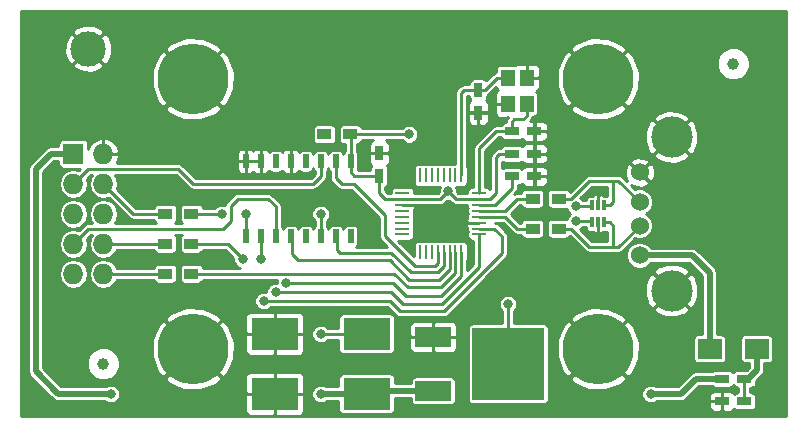
<source format=gbr>
G04 #@! TF.FileFunction,Copper,L1,Top,Signal*
%FSLAX46Y46*%
G04 Gerber Fmt 4.6, Leading zero omitted, Abs format (unit mm)*
G04 Created by KiCad (PCBNEW 4.0.5+dfsg1-4) date Thu Feb 15 14:09:15 2018*
%MOMM*%
%LPD*%
G01*
G04 APERTURE LIST*
%ADD10C,0.100000*%
%ADD11R,1.200000X1.400000*%
%ADD12R,4.000500X2.700020*%
%ADD13R,0.750000X1.200000*%
%ADD14R,1.200000X0.750000*%
%ADD15R,2.000000X1.700000*%
%ADD16R,1.727200X1.727200*%
%ADD17O,1.727200X1.727200*%
%ADD18C,1.524000*%
%ADD19C,3.500000*%
%ADD20R,1.200000X0.900000*%
%ADD21R,3.048000X1.651000*%
%ADD22R,6.096000X6.096000*%
%ADD23R,0.300000X0.850000*%
%ADD24C,6.000000*%
%ADD25C,3.000000*%
%ADD26R,0.508000X1.143000*%
%ADD27R,1.200000X0.280000*%
%ADD28R,0.280000X1.200000*%
%ADD29C,1.000000*%
%ADD30C,0.800000*%
%ADD31C,0.250000*%
%ADD32C,0.500000*%
%ADD33C,0.254000*%
G04 APERTURE END LIST*
D10*
D11*
X168872000Y-90086000D03*
X168872000Y-92286000D03*
X170472000Y-92286000D03*
X170472000Y-90086000D03*
D12*
X149146260Y-111760000D03*
X156923740Y-111760000D03*
X149146260Y-116840000D03*
X156923740Y-116840000D03*
D13*
X157988000Y-98359000D03*
X157988000Y-96459000D03*
X166370000Y-91125000D03*
X166370000Y-93025000D03*
D14*
X171130000Y-94615000D03*
X169230000Y-94615000D03*
X169230000Y-96520000D03*
X171130000Y-96520000D03*
X169230000Y-98425000D03*
X171130000Y-98425000D03*
D15*
X185960000Y-113030000D03*
X189960000Y-113030000D03*
D16*
X132080000Y-96520000D03*
D17*
X134620000Y-96520000D03*
X132080000Y-99060000D03*
X134620000Y-99060000D03*
X132080000Y-101600000D03*
X134620000Y-101600000D03*
X132080000Y-104140000D03*
X134620000Y-104140000D03*
X132080000Y-106680000D03*
X134620000Y-106680000D03*
D18*
X180040000Y-100600000D03*
X180040000Y-102600000D03*
X180040000Y-98100000D03*
X180040000Y-105100000D03*
D19*
X182740000Y-108100000D03*
X182740000Y-95100000D03*
D20*
X142070000Y-106680000D03*
X139870000Y-106680000D03*
X142070000Y-104140000D03*
X139870000Y-104140000D03*
X142070000Y-101600000D03*
X139870000Y-101600000D03*
X155532000Y-94869000D03*
X153332000Y-94869000D03*
X173185000Y-102870000D03*
X170985000Y-102870000D03*
X173185000Y-100330000D03*
X170985000Y-100330000D03*
D21*
X162560000Y-112014000D03*
D22*
X168910000Y-114300000D03*
D21*
X162560000Y-116586000D03*
D23*
X176030000Y-100875000D03*
X176530000Y-100875000D03*
X177030000Y-100875000D03*
X177030000Y-102325000D03*
X176530000Y-102325000D03*
X176030000Y-102325000D03*
D24*
X142240000Y-90170000D03*
X142240000Y-113030000D03*
X176530000Y-113030000D03*
X176530000Y-90170000D03*
D14*
X188910000Y-117475000D03*
X187010000Y-117475000D03*
D25*
X133350000Y-87630000D03*
D14*
X188910000Y-115570000D03*
X187010000Y-115570000D03*
D26*
X155575000Y-103505000D03*
X153035000Y-103505000D03*
X151765000Y-103505000D03*
X150495000Y-103505000D03*
X149225000Y-103505000D03*
X147955000Y-103505000D03*
X146685000Y-103505000D03*
X146685000Y-97155000D03*
X147955000Y-97155000D03*
X149225000Y-97155000D03*
X150495000Y-97155000D03*
X151765000Y-97155000D03*
X153035000Y-97155000D03*
X154305000Y-97155000D03*
X155575000Y-97155000D03*
X154305000Y-103505000D03*
D27*
X159945000Y-99850000D03*
X159945000Y-100350000D03*
X159945000Y-100850000D03*
X159945000Y-101350000D03*
X159945000Y-101850000D03*
X159945000Y-102350000D03*
X159945000Y-102850000D03*
X159945000Y-103350000D03*
D28*
X161445000Y-104850000D03*
X161945000Y-104850000D03*
X162445000Y-104850000D03*
X162945000Y-104850000D03*
X163445000Y-104850000D03*
X163945000Y-104850000D03*
X164445000Y-104850000D03*
X164945000Y-104850000D03*
D27*
X166445000Y-103350000D03*
X166445000Y-102850000D03*
X166445000Y-102350000D03*
X166445000Y-101850000D03*
X166445000Y-101350000D03*
X166445000Y-100850000D03*
X166445000Y-100350000D03*
X166445000Y-99850000D03*
D28*
X164945000Y-98350000D03*
X164445000Y-98350000D03*
X163945000Y-98350000D03*
X163445000Y-98350000D03*
X162945000Y-98350000D03*
X162445000Y-98350000D03*
X161945000Y-98350000D03*
X161445000Y-98350000D03*
D29*
X187960000Y-88900000D03*
X134620000Y-114300000D03*
D30*
X129286000Y-117221000D03*
X190500000Y-101600000D03*
X151511000Y-91440000D03*
X162052000Y-91440000D03*
X140970000Y-99060000D03*
X163195000Y-101600000D03*
X157480000Y-102870000D03*
X162560000Y-114300000D03*
X172720000Y-98425000D03*
X172720000Y-96520000D03*
X172720000Y-94615000D03*
X184785000Y-117475000D03*
X166370000Y-94615000D03*
X176530000Y-99695000D03*
X176530000Y-103505000D03*
X180975000Y-116840000D03*
X135255000Y-116840000D03*
X153035000Y-116840000D03*
X160528000Y-94869000D03*
X174625000Y-102235000D03*
X168910000Y-109220000D03*
X153035000Y-111760000D03*
X163830000Y-99695000D03*
X174625000Y-100965000D03*
X149225000Y-108204000D03*
X146431000Y-105410000D03*
X144653000Y-101600000D03*
X148209000Y-108966000D03*
X147955000Y-105410000D03*
X150114000Y-107442000D03*
X146685000Y-101600000D03*
X153035000Y-101600000D03*
D31*
X162560000Y-112014000D02*
X162560000Y-114300000D01*
X171130000Y-98425000D02*
X172720000Y-98425000D01*
X171130000Y-96520000D02*
X172720000Y-96520000D01*
X171130000Y-94615000D02*
X172720000Y-94615000D01*
X166445000Y-102350000D02*
X163945000Y-102350000D01*
X162445000Y-100850000D02*
X163195000Y-101600000D01*
X162445000Y-100850000D02*
X159945000Y-100850000D01*
X163945000Y-102350000D02*
X163195000Y-101600000D01*
X187010000Y-117475000D02*
X184785000Y-117475000D01*
X166370000Y-93025000D02*
X166370000Y-94615000D01*
X176530000Y-100875000D02*
X176530000Y-99695000D01*
X176530000Y-102325000D02*
X176530000Y-103505000D01*
D32*
X187010000Y-115570000D02*
X184785000Y-115570000D01*
X183515000Y-116840000D02*
X180975000Y-116840000D01*
X184785000Y-115570000D02*
X183515000Y-116840000D01*
X156923740Y-116840000D02*
X153035000Y-116840000D01*
X130175000Y-96520000D02*
X128905000Y-97790000D01*
X128905000Y-97790000D02*
X128905000Y-114935000D01*
X128905000Y-114935000D02*
X130810000Y-116840000D01*
X130810000Y-116840000D02*
X135255000Y-116840000D01*
X130175000Y-96520000D02*
X132080000Y-96520000D01*
X156923740Y-116840000D02*
X157177740Y-116586000D01*
X157177740Y-116586000D02*
X162560000Y-116586000D01*
D31*
X160528000Y-94869000D02*
X155532000Y-94869000D01*
X155575000Y-97155000D02*
X155575000Y-94912000D01*
X155575000Y-94912000D02*
X155532000Y-94869000D01*
X157988000Y-98359000D02*
X155890000Y-98359000D01*
X155575000Y-98044000D02*
X155575000Y-97155000D01*
X155890000Y-98359000D02*
X155575000Y-98044000D01*
X159945000Y-100350000D02*
X158516000Y-100350000D01*
X157988000Y-99822000D02*
X157988000Y-98359000D01*
X158516000Y-100350000D02*
X157988000Y-99822000D01*
X174625000Y-102235000D02*
X175895000Y-102235000D01*
X168910000Y-114300000D02*
X168910000Y-109220000D01*
X153035000Y-111760000D02*
X156923740Y-111760000D01*
X159945000Y-100350000D02*
X163175000Y-100350000D01*
X163175000Y-100350000D02*
X163830000Y-99695000D01*
X164485000Y-100350000D02*
X163830000Y-99695000D01*
X164485000Y-100350000D02*
X166445000Y-100350000D01*
X176030000Y-102325000D02*
X175985000Y-102325000D01*
X175985000Y-102325000D02*
X175895000Y-102235000D01*
X166445000Y-100350000D02*
X167366000Y-100350000D01*
X168148000Y-96520000D02*
X169230000Y-96520000D01*
X167894000Y-96774000D02*
X168148000Y-96520000D01*
X167894000Y-99822000D02*
X167894000Y-96774000D01*
X167366000Y-100350000D02*
X167894000Y-99822000D01*
X168872000Y-90086000D02*
X167978000Y-90086000D01*
X166939000Y-91125000D02*
X166370000Y-91125000D01*
X167978000Y-90086000D02*
X166939000Y-91125000D01*
X164945000Y-98350000D02*
X164945000Y-91341000D01*
X165161000Y-91125000D02*
X166370000Y-91125000D01*
X164945000Y-91341000D02*
X165161000Y-91125000D01*
X166445000Y-100850000D02*
X167755000Y-100850000D01*
X169230000Y-99375000D02*
X169230000Y-98425000D01*
X167755000Y-100850000D02*
X169230000Y-99375000D01*
X175895000Y-100965000D02*
X174625000Y-100965000D01*
D32*
X185960000Y-113030000D02*
X185960000Y-106585000D01*
X185960000Y-106585000D02*
X184475000Y-105100000D01*
X184475000Y-105100000D02*
X180040000Y-105100000D01*
D31*
X176030000Y-100875000D02*
X175985000Y-100875000D01*
X175985000Y-100875000D02*
X175895000Y-100965000D01*
X139870000Y-101600000D02*
X137160000Y-101600000D01*
X137160000Y-101600000D02*
X134620000Y-99060000D01*
X139870000Y-104140000D02*
X134620000Y-104140000D01*
X139870000Y-106680000D02*
X134620000Y-106680000D01*
X177030000Y-100875000D02*
X177509000Y-100875000D01*
X177800000Y-100584000D02*
X177800000Y-98806000D01*
X177509000Y-100875000D02*
X177800000Y-100584000D01*
X173185000Y-100330000D02*
X174244000Y-100330000D01*
X178246000Y-98806000D02*
X180040000Y-100600000D01*
X175768000Y-98806000D02*
X177546000Y-98806000D01*
X177546000Y-98806000D02*
X177800000Y-98806000D01*
X177800000Y-98806000D02*
X178246000Y-98806000D01*
X174244000Y-100330000D02*
X175768000Y-98806000D01*
X177030000Y-102325000D02*
X177509000Y-102325000D01*
X177800000Y-102616000D02*
X177800000Y-104394000D01*
X177509000Y-102325000D02*
X177800000Y-102616000D01*
X173185000Y-102870000D02*
X174244000Y-102870000D01*
X178246000Y-104394000D02*
X180040000Y-102600000D01*
X175768000Y-104394000D02*
X177546000Y-104394000D01*
X177546000Y-104394000D02*
X177800000Y-104394000D01*
X177800000Y-104394000D02*
X178246000Y-104394000D01*
X174244000Y-102870000D02*
X175768000Y-104394000D01*
X164445000Y-104850000D02*
X164445000Y-106573000D01*
X159258000Y-106680000D02*
X142070000Y-106680000D01*
X160401000Y-107823000D02*
X159258000Y-106680000D01*
X163195000Y-107823000D02*
X160401000Y-107823000D01*
X164445000Y-106573000D02*
X163195000Y-107823000D01*
X166445000Y-106097000D02*
X163322000Y-109220000D01*
X163322000Y-109220000D02*
X160020000Y-109220000D01*
X160020000Y-109220000D02*
X159004000Y-108204000D01*
X159004000Y-108204000D02*
X149225000Y-108204000D01*
X166445000Y-103350000D02*
X166445000Y-106097000D01*
X145161000Y-104140000D02*
X142070000Y-104140000D01*
X146431000Y-105410000D02*
X145161000Y-104140000D01*
X166445000Y-102850000D02*
X167747000Y-102850000D01*
X144653000Y-101600000D02*
X142070000Y-101600000D01*
X158877000Y-108966000D02*
X148209000Y-108966000D01*
X159766000Y-109855000D02*
X158877000Y-108966000D01*
X163449000Y-109855000D02*
X159766000Y-109855000D01*
X168402000Y-104902000D02*
X163449000Y-109855000D01*
X168402000Y-103505000D02*
X168402000Y-104902000D01*
X167747000Y-102850000D02*
X168402000Y-103505000D01*
X166445000Y-101850000D02*
X168652000Y-101850000D01*
X168652000Y-101850000D02*
X169672000Y-102870000D01*
X169672000Y-102870000D02*
X170985000Y-102870000D01*
X166445000Y-101350000D02*
X168652000Y-101350000D01*
X169672000Y-100330000D02*
X170985000Y-100330000D01*
X168652000Y-101350000D02*
X169672000Y-100330000D01*
X147955000Y-103505000D02*
X147955000Y-105410000D01*
X150114000Y-107442000D02*
X159131000Y-107442000D01*
X159131000Y-107442000D02*
X160274000Y-108585000D01*
X160274000Y-108585000D02*
X163195000Y-108585000D01*
X163195000Y-108585000D02*
X164945000Y-106835000D01*
X164945000Y-106835000D02*
X164945000Y-104850000D01*
X170472000Y-92286000D02*
X170472000Y-93307000D01*
X169230000Y-93787000D02*
X169230000Y-94615000D01*
X169418000Y-93599000D02*
X169230000Y-93787000D01*
X170180000Y-93599000D02*
X169418000Y-93599000D01*
X170472000Y-93307000D02*
X170180000Y-93599000D01*
X169230000Y-94615000D02*
X167894000Y-94615000D01*
X167894000Y-94615000D02*
X166445000Y-96064000D01*
X166445000Y-96064000D02*
X166445000Y-99850000D01*
X188910000Y-115570000D02*
X188910000Y-117475000D01*
D32*
X188910000Y-115570000D02*
X189230000Y-115570000D01*
X189230000Y-115570000D02*
X189960000Y-114840000D01*
X189960000Y-114840000D02*
X189960000Y-113030000D01*
D31*
X153035000Y-97155000D02*
X153035000Y-98425000D01*
X133350000Y-97790000D02*
X132080000Y-99060000D01*
X140970000Y-97790000D02*
X133350000Y-97790000D01*
X142240000Y-99060000D02*
X140970000Y-97790000D01*
X152400000Y-99060000D02*
X142240000Y-99060000D01*
X153035000Y-98425000D02*
X152400000Y-99060000D01*
X146685000Y-103505000D02*
X146685000Y-101600000D01*
X132080000Y-104140000D02*
X133350000Y-102870000D01*
X149225000Y-100965000D02*
X149225000Y-103505000D01*
X148590000Y-100330000D02*
X149225000Y-100965000D01*
X146050000Y-100330000D02*
X148590000Y-100330000D01*
X145415000Y-100965000D02*
X146050000Y-100330000D01*
X145415000Y-102235000D02*
X145415000Y-100965000D01*
X144780000Y-102870000D02*
X145415000Y-102235000D01*
X133350000Y-102870000D02*
X144780000Y-102870000D01*
X153035000Y-103505000D02*
X153035000Y-101600000D01*
X154940000Y-99060000D02*
X154813000Y-99060000D01*
X162945000Y-105787000D02*
X162687000Y-106045000D01*
X162687000Y-106045000D02*
X161036000Y-106045000D01*
X161036000Y-106045000D02*
X158496000Y-103505000D01*
X158496000Y-103505000D02*
X158496000Y-101727000D01*
X158496000Y-101727000D02*
X155829000Y-99060000D01*
X155829000Y-99060000D02*
X154940000Y-99060000D01*
X162945000Y-104850000D02*
X162945000Y-105787000D01*
X154305000Y-98552000D02*
X154305000Y-97155000D01*
X154813000Y-99060000D02*
X154305000Y-98552000D01*
X163945000Y-104850000D02*
X163945000Y-106311000D01*
X150622000Y-105029000D02*
X150622000Y-103505000D01*
X151130000Y-105537000D02*
X150622000Y-105029000D01*
X158877000Y-105537000D02*
X151130000Y-105537000D01*
X160528000Y-107188000D02*
X158877000Y-105537000D01*
X163068000Y-107188000D02*
X160528000Y-107188000D01*
X163945000Y-106311000D02*
X163068000Y-107188000D01*
X163445000Y-104850000D02*
X163445000Y-106049000D01*
X154432000Y-104648000D02*
X154432000Y-103505000D01*
X154686000Y-104902000D02*
X154432000Y-104648000D01*
X159004000Y-104902000D02*
X154686000Y-104902000D01*
X160655000Y-106553000D02*
X159004000Y-104902000D01*
X162941000Y-106553000D02*
X160655000Y-106553000D01*
X163445000Y-106049000D02*
X162941000Y-106553000D01*
D33*
G36*
X192405000Y-118745000D02*
X127635000Y-118745000D01*
X127635000Y-97790000D01*
X128274000Y-97790000D01*
X128274000Y-114935000D01*
X128311558Y-115123816D01*
X128322032Y-115176473D01*
X128458816Y-115381184D01*
X130363816Y-117286184D01*
X130568527Y-117422968D01*
X130810000Y-117471000D01*
X134781361Y-117471000D01*
X134812021Y-117501714D01*
X135098968Y-117620864D01*
X135409669Y-117621136D01*
X135696823Y-117502486D01*
X135916714Y-117282979D01*
X136035864Y-116996032D01*
X136035878Y-116979700D01*
X146638010Y-116979700D01*
X146638010Y-118291058D01*
X146715349Y-118477769D01*
X146858252Y-118620672D01*
X147044963Y-118698010D01*
X149006560Y-118698010D01*
X149133560Y-118571010D01*
X149133560Y-116852700D01*
X149158960Y-116852700D01*
X149158960Y-118571010D01*
X149285960Y-118698010D01*
X151247557Y-118698010D01*
X151434268Y-118620672D01*
X151577171Y-118477769D01*
X151654510Y-118291058D01*
X151654510Y-116994669D01*
X152253864Y-116994669D01*
X152372514Y-117281823D01*
X152592021Y-117501714D01*
X152878968Y-117620864D01*
X153189669Y-117621136D01*
X153476823Y-117502486D01*
X153508364Y-117471000D01*
X154535026Y-117471000D01*
X154535026Y-118190010D01*
X154561593Y-118331200D01*
X154645036Y-118460875D01*
X154772356Y-118547869D01*
X154923490Y-118578474D01*
X158923990Y-118578474D01*
X159065180Y-118551907D01*
X159194855Y-118468464D01*
X159281849Y-118341144D01*
X159312454Y-118190010D01*
X159312454Y-117217000D01*
X160647536Y-117217000D01*
X160647536Y-117411500D01*
X160674103Y-117552690D01*
X160757546Y-117682365D01*
X160884866Y-117769359D01*
X161036000Y-117799964D01*
X164084000Y-117799964D01*
X164225190Y-117773397D01*
X164354865Y-117689954D01*
X164441859Y-117562634D01*
X164472464Y-117411500D01*
X164472464Y-115760500D01*
X164445897Y-115619310D01*
X164362454Y-115489635D01*
X164235134Y-115402641D01*
X164084000Y-115372036D01*
X161036000Y-115372036D01*
X160894810Y-115398603D01*
X160765135Y-115482046D01*
X160678141Y-115609366D01*
X160647536Y-115760500D01*
X160647536Y-115955000D01*
X159312454Y-115955000D01*
X159312454Y-115489990D01*
X159285887Y-115348800D01*
X159202444Y-115219125D01*
X159075124Y-115132131D01*
X158923990Y-115101526D01*
X154923490Y-115101526D01*
X154782300Y-115128093D01*
X154652625Y-115211536D01*
X154565631Y-115338856D01*
X154535026Y-115489990D01*
X154535026Y-116209000D01*
X153508639Y-116209000D01*
X153477979Y-116178286D01*
X153191032Y-116059136D01*
X152880331Y-116058864D01*
X152593177Y-116177514D01*
X152373286Y-116397021D01*
X152254136Y-116683968D01*
X152253864Y-116994669D01*
X151654510Y-116994669D01*
X151654510Y-116979700D01*
X151527510Y-116852700D01*
X149158960Y-116852700D01*
X149133560Y-116852700D01*
X146765010Y-116852700D01*
X146638010Y-116979700D01*
X136035878Y-116979700D01*
X136036136Y-116685331D01*
X135917486Y-116398177D01*
X135697979Y-116178286D01*
X135411032Y-116059136D01*
X135100331Y-116058864D01*
X134813177Y-116177514D01*
X134781636Y-116209000D01*
X131071368Y-116209000D01*
X129536000Y-114673632D01*
X129536000Y-114576661D01*
X133222758Y-114576661D01*
X133434990Y-115090303D01*
X133827630Y-115483629D01*
X134340900Y-115696757D01*
X134896661Y-115697242D01*
X135410303Y-115485010D01*
X135417035Y-115478289D01*
X139809672Y-115478289D01*
X140147941Y-115931078D01*
X141417384Y-116510843D01*
X142812063Y-116560681D01*
X144119650Y-116073005D01*
X144332059Y-115931078D01*
X144670328Y-115478289D01*
X142240000Y-113047961D01*
X139809672Y-115478289D01*
X135417035Y-115478289D01*
X135803629Y-115092370D01*
X136016757Y-114579100D01*
X136017242Y-114023339D01*
X135843175Y-113602063D01*
X138709319Y-113602063D01*
X139196995Y-114909650D01*
X139338922Y-115122059D01*
X139791711Y-115460328D01*
X142222039Y-113030000D01*
X142257961Y-113030000D01*
X144688289Y-115460328D01*
X144783842Y-115388942D01*
X146638010Y-115388942D01*
X146638010Y-116700300D01*
X146765010Y-116827300D01*
X149133560Y-116827300D01*
X149133560Y-115108990D01*
X149158960Y-115108990D01*
X149158960Y-116827300D01*
X151527510Y-116827300D01*
X151654510Y-116700300D01*
X151654510Y-115388942D01*
X151577171Y-115202231D01*
X151434268Y-115059328D01*
X151247557Y-114981990D01*
X149285960Y-114981990D01*
X149158960Y-115108990D01*
X149133560Y-115108990D01*
X149006560Y-114981990D01*
X147044963Y-114981990D01*
X146858252Y-115059328D01*
X146715349Y-115202231D01*
X146638010Y-115388942D01*
X144783842Y-115388942D01*
X145141078Y-115122059D01*
X145720843Y-113852616D01*
X145770681Y-112457937D01*
X145562482Y-111899700D01*
X146638010Y-111899700D01*
X146638010Y-113211058D01*
X146715349Y-113397769D01*
X146858252Y-113540672D01*
X147044963Y-113618010D01*
X149006560Y-113618010D01*
X149133560Y-113491010D01*
X149133560Y-111772700D01*
X149158960Y-111772700D01*
X149158960Y-113491010D01*
X149285960Y-113618010D01*
X151247557Y-113618010D01*
X151434268Y-113540672D01*
X151577171Y-113397769D01*
X151654510Y-113211058D01*
X151654510Y-111914669D01*
X152253864Y-111914669D01*
X152372514Y-112201823D01*
X152592021Y-112421714D01*
X152878968Y-112540864D01*
X153189669Y-112541136D01*
X153476823Y-112422486D01*
X153633583Y-112266000D01*
X154535026Y-112266000D01*
X154535026Y-113110010D01*
X154561593Y-113251200D01*
X154645036Y-113380875D01*
X154772356Y-113467869D01*
X154923490Y-113498474D01*
X158923990Y-113498474D01*
X159065180Y-113471907D01*
X159194855Y-113388464D01*
X159281849Y-113261144D01*
X159312454Y-113110010D01*
X159312454Y-112153700D01*
X160528000Y-112153700D01*
X160528000Y-112940547D01*
X160605338Y-113127258D01*
X160748241Y-113270161D01*
X160934952Y-113347500D01*
X162420300Y-113347500D01*
X162547300Y-113220500D01*
X162547300Y-112026700D01*
X162572700Y-112026700D01*
X162572700Y-113220500D01*
X162699700Y-113347500D01*
X164185048Y-113347500D01*
X164371759Y-113270161D01*
X164514662Y-113127258D01*
X164592000Y-112940547D01*
X164592000Y-112153700D01*
X164465000Y-112026700D01*
X162572700Y-112026700D01*
X162547300Y-112026700D01*
X160655000Y-112026700D01*
X160528000Y-112153700D01*
X159312454Y-112153700D01*
X159312454Y-111087453D01*
X160528000Y-111087453D01*
X160528000Y-111874300D01*
X160655000Y-112001300D01*
X162547300Y-112001300D01*
X162547300Y-110807500D01*
X162572700Y-110807500D01*
X162572700Y-112001300D01*
X164465000Y-112001300D01*
X164592000Y-111874300D01*
X164592000Y-111252000D01*
X165473536Y-111252000D01*
X165473536Y-117348000D01*
X165500103Y-117489190D01*
X165583546Y-117618865D01*
X165710866Y-117705859D01*
X165862000Y-117736464D01*
X171958000Y-117736464D01*
X172099190Y-117709897D01*
X172228865Y-117626454D01*
X172315859Y-117499134D01*
X172346464Y-117348000D01*
X172346464Y-116994669D01*
X180193864Y-116994669D01*
X180312514Y-117281823D01*
X180532021Y-117501714D01*
X180818968Y-117620864D01*
X181129669Y-117621136D01*
X181145245Y-117614700D01*
X185902000Y-117614700D01*
X185902000Y-117951048D01*
X185979339Y-118137759D01*
X186122242Y-118280662D01*
X186308953Y-118358000D01*
X186870300Y-118358000D01*
X186997300Y-118231000D01*
X186997300Y-117487700D01*
X186029000Y-117487700D01*
X185902000Y-117614700D01*
X181145245Y-117614700D01*
X181416823Y-117502486D01*
X181448364Y-117471000D01*
X183515000Y-117471000D01*
X183756473Y-117422968D01*
X183961184Y-117286184D01*
X184248416Y-116998952D01*
X185902000Y-116998952D01*
X185902000Y-117335300D01*
X186029000Y-117462300D01*
X186997300Y-117462300D01*
X186997300Y-116719000D01*
X186870300Y-116592000D01*
X186308953Y-116592000D01*
X186122242Y-116669338D01*
X185979339Y-116812241D01*
X185902000Y-116998952D01*
X184248416Y-116998952D01*
X185046369Y-116201000D01*
X186121981Y-116201000D01*
X186131546Y-116215865D01*
X186258866Y-116302859D01*
X186410000Y-116333464D01*
X187610000Y-116333464D01*
X187751190Y-116306897D01*
X187880865Y-116223454D01*
X187960980Y-116106202D01*
X188031546Y-116215865D01*
X188158866Y-116302859D01*
X188310000Y-116333464D01*
X188404000Y-116333464D01*
X188404000Y-116711536D01*
X188310000Y-116711536D01*
X188168810Y-116738103D01*
X188043383Y-116818812D01*
X188040661Y-116812241D01*
X187897758Y-116669338D01*
X187711047Y-116592000D01*
X187149700Y-116592000D01*
X187022700Y-116719000D01*
X187022700Y-117462300D01*
X187042700Y-117462300D01*
X187042700Y-117487700D01*
X187022700Y-117487700D01*
X187022700Y-118231000D01*
X187149700Y-118358000D01*
X187711047Y-118358000D01*
X187897758Y-118280662D01*
X188040661Y-118137759D01*
X188044104Y-118129446D01*
X188158866Y-118207859D01*
X188310000Y-118238464D01*
X189510000Y-118238464D01*
X189651190Y-118211897D01*
X189780865Y-118128454D01*
X189867859Y-118001134D01*
X189898464Y-117850000D01*
X189898464Y-117100000D01*
X189871897Y-116958810D01*
X189788454Y-116829135D01*
X189661134Y-116742141D01*
X189510000Y-116711536D01*
X189416000Y-116711536D01*
X189416000Y-116333464D01*
X189510000Y-116333464D01*
X189651190Y-116306897D01*
X189780865Y-116223454D01*
X189867859Y-116096134D01*
X189898464Y-115945000D01*
X189898464Y-115793904D01*
X190406184Y-115286184D01*
X190542968Y-115081473D01*
X190591000Y-114840000D01*
X190591000Y-114268464D01*
X190960000Y-114268464D01*
X191101190Y-114241897D01*
X191230865Y-114158454D01*
X191317859Y-114031134D01*
X191348464Y-113880000D01*
X191348464Y-112180000D01*
X191321897Y-112038810D01*
X191238454Y-111909135D01*
X191111134Y-111822141D01*
X190960000Y-111791536D01*
X188960000Y-111791536D01*
X188818810Y-111818103D01*
X188689135Y-111901546D01*
X188602141Y-112028866D01*
X188571536Y-112180000D01*
X188571536Y-113880000D01*
X188598103Y-114021190D01*
X188681546Y-114150865D01*
X188808866Y-114237859D01*
X188960000Y-114268464D01*
X189329000Y-114268464D01*
X189329000Y-114578632D01*
X189101096Y-114806536D01*
X188310000Y-114806536D01*
X188168810Y-114833103D01*
X188039135Y-114916546D01*
X187959020Y-115033798D01*
X187888454Y-114924135D01*
X187761134Y-114837141D01*
X187610000Y-114806536D01*
X186410000Y-114806536D01*
X186268810Y-114833103D01*
X186139135Y-114916546D01*
X186123793Y-114939000D01*
X184785000Y-114939000D01*
X184583589Y-114979063D01*
X184543526Y-114987032D01*
X184338815Y-115123816D01*
X183253632Y-116209000D01*
X181448639Y-116209000D01*
X181417979Y-116178286D01*
X181131032Y-116059136D01*
X180820331Y-116058864D01*
X180533177Y-116177514D01*
X180313286Y-116397021D01*
X180194136Y-116683968D01*
X180193864Y-116994669D01*
X172346464Y-116994669D01*
X172346464Y-115478289D01*
X174099672Y-115478289D01*
X174437941Y-115931078D01*
X175707384Y-116510843D01*
X177102063Y-116560681D01*
X178409650Y-116073005D01*
X178622059Y-115931078D01*
X178960328Y-115478289D01*
X176530000Y-113047961D01*
X174099672Y-115478289D01*
X172346464Y-115478289D01*
X172346464Y-113602063D01*
X172999319Y-113602063D01*
X173486995Y-114909650D01*
X173628922Y-115122059D01*
X174081711Y-115460328D01*
X176512039Y-113030000D01*
X176547961Y-113030000D01*
X178978289Y-115460328D01*
X179431078Y-115122059D01*
X180010843Y-113852616D01*
X180060681Y-112457937D01*
X179573005Y-111150350D01*
X179431078Y-110937941D01*
X178978289Y-110599672D01*
X176547961Y-113030000D01*
X176512039Y-113030000D01*
X174081711Y-110599672D01*
X173628922Y-110937941D01*
X173049157Y-112207384D01*
X172999319Y-113602063D01*
X172346464Y-113602063D01*
X172346464Y-111252000D01*
X172319897Y-111110810D01*
X172236454Y-110981135D01*
X172109134Y-110894141D01*
X171958000Y-110863536D01*
X169416000Y-110863536D01*
X169416000Y-110581711D01*
X174099672Y-110581711D01*
X176530000Y-113012039D01*
X178960328Y-110581711D01*
X178622059Y-110128922D01*
X177567025Y-109647079D01*
X181210882Y-109647079D01*
X181397074Y-109969985D01*
X182214910Y-110341556D01*
X183112687Y-110371871D01*
X183953725Y-110056314D01*
X184082926Y-109969985D01*
X184269118Y-109647079D01*
X182740000Y-108117961D01*
X181210882Y-109647079D01*
X177567025Y-109647079D01*
X177352616Y-109549157D01*
X175957937Y-109499319D01*
X174650350Y-109986995D01*
X174437941Y-110128922D01*
X174099672Y-110581711D01*
X169416000Y-110581711D01*
X169416000Y-109818421D01*
X169571714Y-109662979D01*
X169690864Y-109376032D01*
X169691136Y-109065331D01*
X169572486Y-108778177D01*
X169352979Y-108558286D01*
X169146833Y-108472687D01*
X180468129Y-108472687D01*
X180783686Y-109313725D01*
X180870015Y-109442926D01*
X181192921Y-109629118D01*
X182722039Y-108100000D01*
X182757961Y-108100000D01*
X184287079Y-109629118D01*
X184609985Y-109442926D01*
X184981556Y-108625090D01*
X185011871Y-107727313D01*
X184696314Y-106886275D01*
X184609985Y-106757074D01*
X184287079Y-106570882D01*
X182757961Y-108100000D01*
X182722039Y-108100000D01*
X181192921Y-106570882D01*
X180870015Y-106757074D01*
X180498444Y-107574910D01*
X180468129Y-108472687D01*
X169146833Y-108472687D01*
X169066032Y-108439136D01*
X168755331Y-108438864D01*
X168468177Y-108557514D01*
X168248286Y-108777021D01*
X168129136Y-109063968D01*
X168128864Y-109374669D01*
X168247514Y-109661823D01*
X168404000Y-109818583D01*
X168404000Y-110863536D01*
X165862000Y-110863536D01*
X165720810Y-110890103D01*
X165591135Y-110973546D01*
X165504141Y-111100866D01*
X165473536Y-111252000D01*
X164592000Y-111252000D01*
X164592000Y-111087453D01*
X164514662Y-110900742D01*
X164371759Y-110757839D01*
X164185048Y-110680500D01*
X162699700Y-110680500D01*
X162572700Y-110807500D01*
X162547300Y-110807500D01*
X162420300Y-110680500D01*
X160934952Y-110680500D01*
X160748241Y-110757839D01*
X160605338Y-110900742D01*
X160528000Y-111087453D01*
X159312454Y-111087453D01*
X159312454Y-110409990D01*
X159285887Y-110268800D01*
X159202444Y-110139125D01*
X159075124Y-110052131D01*
X158923990Y-110021526D01*
X154923490Y-110021526D01*
X154782300Y-110048093D01*
X154652625Y-110131536D01*
X154565631Y-110258856D01*
X154535026Y-110409990D01*
X154535026Y-111254000D01*
X153633421Y-111254000D01*
X153477979Y-111098286D01*
X153191032Y-110979136D01*
X152880331Y-110978864D01*
X152593177Y-111097514D01*
X152373286Y-111317021D01*
X152254136Y-111603968D01*
X152253864Y-111914669D01*
X151654510Y-111914669D01*
X151654510Y-111899700D01*
X151527510Y-111772700D01*
X149158960Y-111772700D01*
X149133560Y-111772700D01*
X146765010Y-111772700D01*
X146638010Y-111899700D01*
X145562482Y-111899700D01*
X145283005Y-111150350D01*
X145141078Y-110937941D01*
X144688289Y-110599672D01*
X142257961Y-113030000D01*
X142222039Y-113030000D01*
X139791711Y-110599672D01*
X139338922Y-110937941D01*
X138759157Y-112207384D01*
X138709319Y-113602063D01*
X135843175Y-113602063D01*
X135805010Y-113509697D01*
X135412370Y-113116371D01*
X134899100Y-112903243D01*
X134343339Y-112902758D01*
X133829697Y-113114990D01*
X133436371Y-113507630D01*
X133223243Y-114020900D01*
X133222758Y-114576661D01*
X129536000Y-114576661D01*
X129536000Y-110581711D01*
X139809672Y-110581711D01*
X142240000Y-113012039D01*
X144670328Y-110581711D01*
X144466549Y-110308942D01*
X146638010Y-110308942D01*
X146638010Y-111620300D01*
X146765010Y-111747300D01*
X149133560Y-111747300D01*
X149133560Y-110028990D01*
X149158960Y-110028990D01*
X149158960Y-111747300D01*
X151527510Y-111747300D01*
X151654510Y-111620300D01*
X151654510Y-110308942D01*
X151577171Y-110122231D01*
X151434268Y-109979328D01*
X151247557Y-109901990D01*
X149285960Y-109901990D01*
X149158960Y-110028990D01*
X149133560Y-110028990D01*
X149006560Y-109901990D01*
X147044963Y-109901990D01*
X146858252Y-109979328D01*
X146715349Y-110122231D01*
X146638010Y-110308942D01*
X144466549Y-110308942D01*
X144332059Y-110128922D01*
X143062616Y-109549157D01*
X141667937Y-109499319D01*
X140360350Y-109986995D01*
X140147941Y-110128922D01*
X139809672Y-110581711D01*
X129536000Y-110581711D01*
X129536000Y-106655617D01*
X130835400Y-106655617D01*
X130835400Y-106704383D01*
X130930140Y-107180671D01*
X131199935Y-107584448D01*
X131603712Y-107854243D01*
X132080000Y-107948983D01*
X132556288Y-107854243D01*
X132960065Y-107584448D01*
X133229860Y-107180671D01*
X133324600Y-106704383D01*
X133324600Y-106655617D01*
X133375400Y-106655617D01*
X133375400Y-106704383D01*
X133470140Y-107180671D01*
X133739935Y-107584448D01*
X134143712Y-107854243D01*
X134620000Y-107948983D01*
X135096288Y-107854243D01*
X135500065Y-107584448D01*
X135766299Y-107186000D01*
X138892073Y-107186000D01*
X138908103Y-107271190D01*
X138991546Y-107400865D01*
X139118866Y-107487859D01*
X139270000Y-107518464D01*
X140470000Y-107518464D01*
X140611190Y-107491897D01*
X140740865Y-107408454D01*
X140827859Y-107281134D01*
X140858464Y-107130000D01*
X140858464Y-106230000D01*
X140831897Y-106088810D01*
X140748454Y-105959135D01*
X140621134Y-105872141D01*
X140470000Y-105841536D01*
X139270000Y-105841536D01*
X139128810Y-105868103D01*
X138999135Y-105951546D01*
X138912141Y-106078866D01*
X138892876Y-106174000D01*
X135766299Y-106174000D01*
X135500065Y-105775552D01*
X135096288Y-105505757D01*
X134620000Y-105411017D01*
X134143712Y-105505757D01*
X133739935Y-105775552D01*
X133470140Y-106179329D01*
X133375400Y-106655617D01*
X133324600Y-106655617D01*
X133229860Y-106179329D01*
X132960065Y-105775552D01*
X132556288Y-105505757D01*
X132080000Y-105411017D01*
X131603712Y-105505757D01*
X131199935Y-105775552D01*
X130930140Y-106179329D01*
X130835400Y-106655617D01*
X129536000Y-106655617D01*
X129536000Y-101575617D01*
X130835400Y-101575617D01*
X130835400Y-101624383D01*
X130930140Y-102100671D01*
X131199935Y-102504448D01*
X131603712Y-102774243D01*
X132080000Y-102868983D01*
X132556288Y-102774243D01*
X132960065Y-102504448D01*
X133229860Y-102100671D01*
X133324600Y-101624383D01*
X133324600Y-101575617D01*
X133229860Y-101099329D01*
X132960065Y-100695552D01*
X132556288Y-100425757D01*
X132080000Y-100331017D01*
X131603712Y-100425757D01*
X131199935Y-100695552D01*
X130930140Y-101099329D01*
X130835400Y-101575617D01*
X129536000Y-101575617D01*
X129536000Y-98051368D01*
X130436369Y-97151000D01*
X130827936Y-97151000D01*
X130827936Y-97383600D01*
X130854503Y-97524790D01*
X130937946Y-97654465D01*
X131065266Y-97741459D01*
X131216400Y-97772064D01*
X132652344Y-97772064D01*
X132541577Y-97882831D01*
X132080000Y-97791017D01*
X131603712Y-97885757D01*
X131199935Y-98155552D01*
X130930140Y-98559329D01*
X130835400Y-99035617D01*
X130835400Y-99084383D01*
X130930140Y-99560671D01*
X131199935Y-99964448D01*
X131603712Y-100234243D01*
X132080000Y-100328983D01*
X132556288Y-100234243D01*
X132960065Y-99964448D01*
X133229860Y-99560671D01*
X133324600Y-99084383D01*
X133324600Y-99035617D01*
X133240877Y-98614715D01*
X133559592Y-98296000D01*
X133646091Y-98296000D01*
X133470140Y-98559329D01*
X133375400Y-99035617D01*
X133375400Y-99084383D01*
X133470140Y-99560671D01*
X133739935Y-99964448D01*
X134143712Y-100234243D01*
X134620000Y-100328983D01*
X135081577Y-100237169D01*
X136802204Y-101957796D01*
X136966362Y-102067483D01*
X137160000Y-102106000D01*
X138892073Y-102106000D01*
X138908103Y-102191190D01*
X138991546Y-102320865D01*
X139054676Y-102364000D01*
X135593909Y-102364000D01*
X135769860Y-102100671D01*
X135864600Y-101624383D01*
X135864600Y-101575617D01*
X135769860Y-101099329D01*
X135500065Y-100695552D01*
X135096288Y-100425757D01*
X134620000Y-100331017D01*
X134143712Y-100425757D01*
X133739935Y-100695552D01*
X133470140Y-101099329D01*
X133375400Y-101575617D01*
X133375400Y-101624383D01*
X133470140Y-102100671D01*
X133646091Y-102364000D01*
X133350000Y-102364000D01*
X133156362Y-102402517D01*
X132992204Y-102512204D01*
X132541577Y-102962831D01*
X132080000Y-102871017D01*
X131603712Y-102965757D01*
X131199935Y-103235552D01*
X130930140Y-103639329D01*
X130835400Y-104115617D01*
X130835400Y-104164383D01*
X130930140Y-104640671D01*
X131199935Y-105044448D01*
X131603712Y-105314243D01*
X132080000Y-105408983D01*
X132556288Y-105314243D01*
X132960065Y-105044448D01*
X133229860Y-104640671D01*
X133324600Y-104164383D01*
X133324600Y-104115617D01*
X133240877Y-103694715D01*
X133559592Y-103376000D01*
X133646091Y-103376000D01*
X133470140Y-103639329D01*
X133375400Y-104115617D01*
X133375400Y-104164383D01*
X133470140Y-104640671D01*
X133739935Y-105044448D01*
X134143712Y-105314243D01*
X134620000Y-105408983D01*
X135096288Y-105314243D01*
X135500065Y-105044448D01*
X135766299Y-104646000D01*
X138892073Y-104646000D01*
X138908103Y-104731190D01*
X138991546Y-104860865D01*
X139118866Y-104947859D01*
X139270000Y-104978464D01*
X140470000Y-104978464D01*
X140611190Y-104951897D01*
X140740865Y-104868454D01*
X140827859Y-104741134D01*
X140858464Y-104590000D01*
X140858464Y-103690000D01*
X140831897Y-103548810D01*
X140748454Y-103419135D01*
X140685324Y-103376000D01*
X141254375Y-103376000D01*
X141199135Y-103411546D01*
X141112141Y-103538866D01*
X141081536Y-103690000D01*
X141081536Y-104590000D01*
X141108103Y-104731190D01*
X141191546Y-104860865D01*
X141318866Y-104947859D01*
X141470000Y-104978464D01*
X142670000Y-104978464D01*
X142811190Y-104951897D01*
X142940865Y-104868454D01*
X143027859Y-104741134D01*
X143047124Y-104646000D01*
X144951408Y-104646000D01*
X145650057Y-105344649D01*
X145649864Y-105564669D01*
X145768514Y-105851823D01*
X145988021Y-106071714D01*
X146234355Y-106174000D01*
X143047927Y-106174000D01*
X143031897Y-106088810D01*
X142948454Y-105959135D01*
X142821134Y-105872141D01*
X142670000Y-105841536D01*
X141470000Y-105841536D01*
X141328810Y-105868103D01*
X141199135Y-105951546D01*
X141112141Y-106078866D01*
X141081536Y-106230000D01*
X141081536Y-107130000D01*
X141108103Y-107271190D01*
X141191546Y-107400865D01*
X141318866Y-107487859D01*
X141470000Y-107518464D01*
X142670000Y-107518464D01*
X142811190Y-107491897D01*
X142940865Y-107408454D01*
X143027859Y-107281134D01*
X143047124Y-107186000D01*
X149374646Y-107186000D01*
X149333136Y-107285968D01*
X149333016Y-107423094D01*
X149070331Y-107422864D01*
X148783177Y-107541514D01*
X148563286Y-107761021D01*
X148444136Y-108047968D01*
X148443987Y-108217921D01*
X148365032Y-108185136D01*
X148054331Y-108184864D01*
X147767177Y-108303514D01*
X147547286Y-108523021D01*
X147428136Y-108809968D01*
X147427864Y-109120669D01*
X147546514Y-109407823D01*
X147766021Y-109627714D01*
X148052968Y-109746864D01*
X148363669Y-109747136D01*
X148650823Y-109628486D01*
X148807583Y-109472000D01*
X158667408Y-109472000D01*
X159408204Y-110212796D01*
X159572362Y-110322483D01*
X159766000Y-110361000D01*
X163449000Y-110361000D01*
X163642638Y-110322483D01*
X163806796Y-110212796D01*
X167466671Y-106552921D01*
X181210882Y-106552921D01*
X182740000Y-108082039D01*
X184269118Y-106552921D01*
X184082926Y-106230015D01*
X183265090Y-105858444D01*
X182367313Y-105828129D01*
X181526275Y-106143686D01*
X181397074Y-106230015D01*
X181210882Y-106552921D01*
X167466671Y-106552921D01*
X168693233Y-105326359D01*
X178896802Y-105326359D01*
X179070446Y-105746612D01*
X179391697Y-106068423D01*
X179811646Y-106242801D01*
X180266359Y-106243198D01*
X180686612Y-106069554D01*
X181008423Y-105748303D01*
X181015608Y-105731000D01*
X184213632Y-105731000D01*
X185329000Y-106846368D01*
X185329000Y-111791536D01*
X184960000Y-111791536D01*
X184818810Y-111818103D01*
X184689135Y-111901546D01*
X184602141Y-112028866D01*
X184571536Y-112180000D01*
X184571536Y-113880000D01*
X184598103Y-114021190D01*
X184681546Y-114150865D01*
X184808866Y-114237859D01*
X184960000Y-114268464D01*
X186960000Y-114268464D01*
X187101190Y-114241897D01*
X187230865Y-114158454D01*
X187317859Y-114031134D01*
X187348464Y-113880000D01*
X187348464Y-112180000D01*
X187321897Y-112038810D01*
X187238454Y-111909135D01*
X187111134Y-111822141D01*
X186960000Y-111791536D01*
X186591000Y-111791536D01*
X186591000Y-106585000D01*
X186542968Y-106343527D01*
X186542968Y-106343526D01*
X186406184Y-106138816D01*
X184921184Y-104653816D01*
X184716473Y-104517032D01*
X184475000Y-104469000D01*
X181016005Y-104469000D01*
X181009554Y-104453388D01*
X180688303Y-104131577D01*
X180268354Y-103957199D01*
X179813641Y-103956802D01*
X179393388Y-104130446D01*
X179071577Y-104451697D01*
X178897199Y-104871646D01*
X178896802Y-105326359D01*
X168693233Y-105326359D01*
X168759796Y-105259796D01*
X168813646Y-105179204D01*
X168869483Y-105095638D01*
X168908000Y-104902000D01*
X168908000Y-103505000D01*
X168869483Y-103311362D01*
X168759796Y-103147204D01*
X168104796Y-102492204D01*
X167940638Y-102382517D01*
X167807328Y-102356000D01*
X168442408Y-102356000D01*
X169314204Y-103227796D01*
X169478362Y-103337483D01*
X169672000Y-103376000D01*
X170007073Y-103376000D01*
X170023103Y-103461190D01*
X170106546Y-103590865D01*
X170233866Y-103677859D01*
X170385000Y-103708464D01*
X171585000Y-103708464D01*
X171726190Y-103681897D01*
X171855865Y-103598454D01*
X171942859Y-103471134D01*
X171973464Y-103320000D01*
X171973464Y-102420000D01*
X171946897Y-102278810D01*
X171863454Y-102149135D01*
X171736134Y-102062141D01*
X171585000Y-102031536D01*
X170385000Y-102031536D01*
X170243810Y-102058103D01*
X170114135Y-102141546D01*
X170027141Y-102268866D01*
X170007876Y-102364000D01*
X169881592Y-102364000D01*
X169117592Y-101600000D01*
X169881592Y-100836000D01*
X170007073Y-100836000D01*
X170023103Y-100921190D01*
X170106546Y-101050865D01*
X170233866Y-101137859D01*
X170385000Y-101168464D01*
X171585000Y-101168464D01*
X171726190Y-101141897D01*
X171855865Y-101058454D01*
X171942859Y-100931134D01*
X171973464Y-100780000D01*
X171973464Y-99880000D01*
X172196536Y-99880000D01*
X172196536Y-100780000D01*
X172223103Y-100921190D01*
X172306546Y-101050865D01*
X172433866Y-101137859D01*
X172585000Y-101168464D01*
X173785000Y-101168464D01*
X173858325Y-101154667D01*
X173962514Y-101406823D01*
X174155498Y-101600145D01*
X173963286Y-101792021D01*
X173857717Y-102046261D01*
X173785000Y-102031536D01*
X172585000Y-102031536D01*
X172443810Y-102058103D01*
X172314135Y-102141546D01*
X172227141Y-102268866D01*
X172196536Y-102420000D01*
X172196536Y-103320000D01*
X172223103Y-103461190D01*
X172306546Y-103590865D01*
X172433866Y-103677859D01*
X172585000Y-103708464D01*
X173785000Y-103708464D01*
X173926190Y-103681897D01*
X174055865Y-103598454D01*
X174137453Y-103479045D01*
X175410204Y-104751796D01*
X175574362Y-104861483D01*
X175768000Y-104900000D01*
X178246000Y-104900000D01*
X178439638Y-104861483D01*
X178603796Y-104751796D01*
X179671136Y-103684456D01*
X179811646Y-103742801D01*
X180266359Y-103743198D01*
X180686612Y-103569554D01*
X181008423Y-103248303D01*
X181182801Y-102828354D01*
X181183198Y-102373641D01*
X181009554Y-101953388D01*
X180688303Y-101631577D01*
X180612591Y-101600139D01*
X180686612Y-101569554D01*
X181008423Y-101248303D01*
X181182801Y-100828354D01*
X181183198Y-100373641D01*
X181009554Y-99953388D01*
X180688303Y-99631577D01*
X180268354Y-99457199D01*
X179813641Y-99456802D01*
X179671235Y-99515643D01*
X179328029Y-99172437D01*
X179750080Y-99362008D01*
X180255098Y-99376891D01*
X180727370Y-99197379D01*
X180790801Y-99154996D01*
X180856788Y-98934748D01*
X180040000Y-98117961D01*
X180025858Y-98132103D01*
X180007897Y-98114142D01*
X180022039Y-98100000D01*
X180057961Y-98100000D01*
X180874748Y-98916788D01*
X181094996Y-98850801D01*
X181302008Y-98389920D01*
X181316891Y-97884902D01*
X181137379Y-97412630D01*
X181094996Y-97349199D01*
X180874748Y-97283212D01*
X180057961Y-98100000D01*
X180022039Y-98100000D01*
X179205252Y-97283212D01*
X178985004Y-97349199D01*
X178777992Y-97810080D01*
X178763109Y-98315098D01*
X178942412Y-98786820D01*
X178603796Y-98448204D01*
X178439638Y-98338517D01*
X178246000Y-98300000D01*
X175768000Y-98300000D01*
X175574362Y-98338517D01*
X175410204Y-98448204D01*
X174136209Y-99722199D01*
X174063454Y-99609135D01*
X173936134Y-99522141D01*
X173785000Y-99491536D01*
X172585000Y-99491536D01*
X172443810Y-99518103D01*
X172314135Y-99601546D01*
X172227141Y-99728866D01*
X172196536Y-99880000D01*
X171973464Y-99880000D01*
X171946897Y-99738810D01*
X171863454Y-99609135D01*
X171736134Y-99522141D01*
X171585000Y-99491536D01*
X170385000Y-99491536D01*
X170243810Y-99518103D01*
X170114135Y-99601546D01*
X170027141Y-99728866D01*
X170007876Y-99824000D01*
X169672000Y-99824000D01*
X169478362Y-99862517D01*
X169417224Y-99903368D01*
X169587796Y-99732796D01*
X169697483Y-99568638D01*
X169736000Y-99375000D01*
X169736000Y-99188464D01*
X169830000Y-99188464D01*
X169971190Y-99161897D01*
X170096617Y-99081188D01*
X170099339Y-99087759D01*
X170242242Y-99230662D01*
X170428953Y-99308000D01*
X170990300Y-99308000D01*
X171117300Y-99181000D01*
X171117300Y-98437700D01*
X171142700Y-98437700D01*
X171142700Y-99181000D01*
X171269700Y-99308000D01*
X171831047Y-99308000D01*
X172017758Y-99230662D01*
X172160661Y-99087759D01*
X172238000Y-98901048D01*
X172238000Y-98564700D01*
X172111000Y-98437700D01*
X171142700Y-98437700D01*
X171117300Y-98437700D01*
X171097300Y-98437700D01*
X171097300Y-98412300D01*
X171117300Y-98412300D01*
X171117300Y-97669000D01*
X171142700Y-97669000D01*
X171142700Y-98412300D01*
X172111000Y-98412300D01*
X172238000Y-98285300D01*
X172238000Y-97948952D01*
X172160661Y-97762241D01*
X172017758Y-97619338D01*
X171831047Y-97542000D01*
X171269700Y-97542000D01*
X171142700Y-97669000D01*
X171117300Y-97669000D01*
X170990300Y-97542000D01*
X170428953Y-97542000D01*
X170242242Y-97619338D01*
X170099339Y-97762241D01*
X170095896Y-97770554D01*
X169981134Y-97692141D01*
X169830000Y-97661536D01*
X168630000Y-97661536D01*
X168488810Y-97688103D01*
X168400000Y-97745250D01*
X168400000Y-97198972D01*
X168478866Y-97252859D01*
X168630000Y-97283464D01*
X169830000Y-97283464D01*
X169971190Y-97256897D01*
X170096617Y-97176188D01*
X170099339Y-97182759D01*
X170242242Y-97325662D01*
X170428953Y-97403000D01*
X170990300Y-97403000D01*
X171117300Y-97276000D01*
X171117300Y-96532700D01*
X171142700Y-96532700D01*
X171142700Y-97276000D01*
X171269700Y-97403000D01*
X171831047Y-97403000D01*
X172017758Y-97325662D01*
X172078168Y-97265252D01*
X179223212Y-97265252D01*
X180040000Y-98082039D01*
X180856788Y-97265252D01*
X180790801Y-97045004D01*
X180329920Y-96837992D01*
X179824902Y-96823109D01*
X179352630Y-97002621D01*
X179289199Y-97045004D01*
X179223212Y-97265252D01*
X172078168Y-97265252D01*
X172160661Y-97182759D01*
X172238000Y-96996048D01*
X172238000Y-96659700D01*
X172225379Y-96647079D01*
X181210882Y-96647079D01*
X181397074Y-96969985D01*
X182214910Y-97341556D01*
X183112687Y-97371871D01*
X183953725Y-97056314D01*
X184082926Y-96969985D01*
X184269118Y-96647079D01*
X182740000Y-95117961D01*
X181210882Y-96647079D01*
X172225379Y-96647079D01*
X172111000Y-96532700D01*
X171142700Y-96532700D01*
X171117300Y-96532700D01*
X171097300Y-96532700D01*
X171097300Y-96507300D01*
X171117300Y-96507300D01*
X171117300Y-95764000D01*
X171142700Y-95764000D01*
X171142700Y-96507300D01*
X172111000Y-96507300D01*
X172238000Y-96380300D01*
X172238000Y-96043952D01*
X172160661Y-95857241D01*
X172017758Y-95714338D01*
X171831047Y-95637000D01*
X171269700Y-95637000D01*
X171142700Y-95764000D01*
X171117300Y-95764000D01*
X170990300Y-95637000D01*
X170428953Y-95637000D01*
X170242242Y-95714338D01*
X170099339Y-95857241D01*
X170095896Y-95865554D01*
X169981134Y-95787141D01*
X169830000Y-95756536D01*
X168630000Y-95756536D01*
X168488810Y-95783103D01*
X168359135Y-95866546D01*
X168272141Y-95993866D01*
X168268064Y-96014000D01*
X168148000Y-96014000D01*
X167954362Y-96052517D01*
X167790204Y-96162204D01*
X167536204Y-96416204D01*
X167426517Y-96580362D01*
X167388000Y-96774000D01*
X167388000Y-99539443D01*
X167323454Y-99439135D01*
X167196134Y-99352141D01*
X167045000Y-99321536D01*
X166951000Y-99321536D01*
X166951000Y-96273592D01*
X168103592Y-95121000D01*
X168266186Y-95121000D01*
X168268103Y-95131190D01*
X168351546Y-95260865D01*
X168478866Y-95347859D01*
X168630000Y-95378464D01*
X169830000Y-95378464D01*
X169971190Y-95351897D01*
X170096617Y-95271188D01*
X170099339Y-95277759D01*
X170242242Y-95420662D01*
X170428953Y-95498000D01*
X170990300Y-95498000D01*
X171117300Y-95371000D01*
X171117300Y-94627700D01*
X171142700Y-94627700D01*
X171142700Y-95371000D01*
X171269700Y-95498000D01*
X171831047Y-95498000D01*
X171892158Y-95472687D01*
X180468129Y-95472687D01*
X180783686Y-96313725D01*
X180870015Y-96442926D01*
X181192921Y-96629118D01*
X182722039Y-95100000D01*
X182757961Y-95100000D01*
X184287079Y-96629118D01*
X184609985Y-96442926D01*
X184981556Y-95625090D01*
X185011871Y-94727313D01*
X184696314Y-93886275D01*
X184609985Y-93757074D01*
X184287079Y-93570882D01*
X182757961Y-95100000D01*
X182722039Y-95100000D01*
X181192921Y-93570882D01*
X180870015Y-93757074D01*
X180498444Y-94574910D01*
X180468129Y-95472687D01*
X171892158Y-95472687D01*
X172017758Y-95420662D01*
X172160661Y-95277759D01*
X172238000Y-95091048D01*
X172238000Y-94754700D01*
X172111000Y-94627700D01*
X171142700Y-94627700D01*
X171117300Y-94627700D01*
X171097300Y-94627700D01*
X171097300Y-94602300D01*
X171117300Y-94602300D01*
X171117300Y-93859000D01*
X171142700Y-93859000D01*
X171142700Y-94602300D01*
X172111000Y-94602300D01*
X172238000Y-94475300D01*
X172238000Y-94138952D01*
X172160661Y-93952241D01*
X172017758Y-93809338D01*
X171831047Y-93732000D01*
X171269700Y-93732000D01*
X171142700Y-93859000D01*
X171117300Y-93859000D01*
X170990300Y-93732000D01*
X170762592Y-93732000D01*
X170829796Y-93664796D01*
X170939483Y-93500638D01*
X170964581Y-93374464D01*
X171072000Y-93374464D01*
X171213190Y-93347897D01*
X171342865Y-93264454D01*
X171429859Y-93137134D01*
X171460464Y-92986000D01*
X171460464Y-92618289D01*
X174099672Y-92618289D01*
X174437941Y-93071078D01*
X175707384Y-93650843D01*
X177102063Y-93700681D01*
X177498246Y-93552921D01*
X181210882Y-93552921D01*
X182740000Y-95082039D01*
X184269118Y-93552921D01*
X184082926Y-93230015D01*
X183265090Y-92858444D01*
X182367313Y-92828129D01*
X181526275Y-93143686D01*
X181397074Y-93230015D01*
X181210882Y-93552921D01*
X177498246Y-93552921D01*
X178409650Y-93213005D01*
X178622059Y-93071078D01*
X178960328Y-92618289D01*
X176530000Y-90187961D01*
X174099672Y-92618289D01*
X171460464Y-92618289D01*
X171460464Y-91586000D01*
X171433897Y-91444810D01*
X171350454Y-91315135D01*
X171264239Y-91256227D01*
X171359759Y-91216661D01*
X171502662Y-91073758D01*
X171580000Y-90887047D01*
X171580000Y-90742063D01*
X172999319Y-90742063D01*
X173486995Y-92049650D01*
X173628922Y-92262059D01*
X174081711Y-92600328D01*
X176512039Y-90170000D01*
X176547961Y-90170000D01*
X178978289Y-92600328D01*
X179431078Y-92262059D01*
X180010843Y-90992616D01*
X180060681Y-89597937D01*
X179903563Y-89176661D01*
X186562758Y-89176661D01*
X186774990Y-89690303D01*
X187167630Y-90083629D01*
X187680900Y-90296757D01*
X188236661Y-90297242D01*
X188750303Y-90085010D01*
X189143629Y-89692370D01*
X189356757Y-89179100D01*
X189357242Y-88623339D01*
X189145010Y-88109697D01*
X188752370Y-87716371D01*
X188239100Y-87503243D01*
X187683339Y-87502758D01*
X187169697Y-87714990D01*
X186776371Y-88107630D01*
X186563243Y-88620900D01*
X186562758Y-89176661D01*
X179903563Y-89176661D01*
X179573005Y-88290350D01*
X179431078Y-88077941D01*
X178978289Y-87739672D01*
X176547961Y-90170000D01*
X176512039Y-90170000D01*
X174081711Y-87739672D01*
X173628922Y-88077941D01*
X173049157Y-89347384D01*
X172999319Y-90742063D01*
X171580000Y-90742063D01*
X171580000Y-90225700D01*
X171453000Y-90098700D01*
X170484700Y-90098700D01*
X170484700Y-90118700D01*
X170459300Y-90118700D01*
X170459300Y-90098700D01*
X170439300Y-90098700D01*
X170439300Y-90073300D01*
X170459300Y-90073300D01*
X170459300Y-89005000D01*
X170484700Y-89005000D01*
X170484700Y-90073300D01*
X171453000Y-90073300D01*
X171580000Y-89946300D01*
X171580000Y-89284953D01*
X171502662Y-89098242D01*
X171359759Y-88955339D01*
X171173048Y-88878000D01*
X170611700Y-88878000D01*
X170484700Y-89005000D01*
X170459300Y-89005000D01*
X170332300Y-88878000D01*
X169770952Y-88878000D01*
X169584241Y-88955339D01*
X169530249Y-89009331D01*
X169472000Y-88997536D01*
X168272000Y-88997536D01*
X168130810Y-89024103D01*
X168001135Y-89107546D01*
X167914141Y-89234866D01*
X167883536Y-89386000D01*
X167883536Y-89598790D01*
X167784362Y-89618517D01*
X167620204Y-89728204D01*
X167051182Y-90297226D01*
X167023454Y-90254135D01*
X166896134Y-90167141D01*
X166745000Y-90136536D01*
X165995000Y-90136536D01*
X165853810Y-90163103D01*
X165724135Y-90246546D01*
X165637141Y-90373866D01*
X165606536Y-90525000D01*
X165606536Y-90619000D01*
X165161000Y-90619000D01*
X164967362Y-90657517D01*
X164803204Y-90767204D01*
X164587204Y-90983204D01*
X164477517Y-91147362D01*
X164439000Y-91341000D01*
X164439000Y-97361536D01*
X164305000Y-97361536D01*
X164190963Y-97382994D01*
X164085000Y-97361536D01*
X163805000Y-97361536D01*
X163690963Y-97382994D01*
X163585000Y-97361536D01*
X163305000Y-97361536D01*
X163190963Y-97382994D01*
X163085000Y-97361536D01*
X162805000Y-97361536D01*
X162690963Y-97382994D01*
X162585000Y-97361536D01*
X162305000Y-97361536D01*
X162190963Y-97382994D01*
X162085000Y-97361536D01*
X161805000Y-97361536D01*
X161690963Y-97382994D01*
X161585000Y-97361536D01*
X161305000Y-97361536D01*
X161163810Y-97388103D01*
X161034135Y-97471546D01*
X160947141Y-97598866D01*
X160916536Y-97750000D01*
X160916536Y-98950000D01*
X160943103Y-99091190D01*
X161026546Y-99220865D01*
X161153866Y-99307859D01*
X161305000Y-99338464D01*
X161585000Y-99338464D01*
X161699037Y-99317006D01*
X161805000Y-99338464D01*
X162085000Y-99338464D01*
X162199037Y-99317006D01*
X162305000Y-99338464D01*
X162585000Y-99338464D01*
X162699037Y-99317006D01*
X162805000Y-99338464D01*
X163085000Y-99338464D01*
X163136409Y-99328791D01*
X163049136Y-99538968D01*
X163048942Y-99760466D01*
X162965408Y-99844000D01*
X160933464Y-99844000D01*
X160933464Y-99710000D01*
X160906897Y-99568810D01*
X160823454Y-99439135D01*
X160696134Y-99352141D01*
X160545000Y-99321536D01*
X159345000Y-99321536D01*
X159203810Y-99348103D01*
X159074135Y-99431546D01*
X158987141Y-99558866D01*
X158956536Y-99710000D01*
X158956536Y-99844000D01*
X158725592Y-99844000D01*
X158494000Y-99612408D01*
X158494000Y-99322814D01*
X158504190Y-99320897D01*
X158633865Y-99237454D01*
X158720859Y-99110134D01*
X158751464Y-98959000D01*
X158751464Y-97759000D01*
X158724897Y-97617810D01*
X158644188Y-97492383D01*
X158650759Y-97489661D01*
X158793662Y-97346758D01*
X158871000Y-97160047D01*
X158871000Y-96598700D01*
X158744000Y-96471700D01*
X158000700Y-96471700D01*
X158000700Y-96491700D01*
X157975300Y-96491700D01*
X157975300Y-96471700D01*
X157232000Y-96471700D01*
X157105000Y-96598700D01*
X157105000Y-97160047D01*
X157182338Y-97346758D01*
X157325241Y-97489661D01*
X157333554Y-97493104D01*
X157255141Y-97607866D01*
X157224536Y-97759000D01*
X157224536Y-97853000D01*
X156191847Y-97853000D01*
X156217464Y-97726500D01*
X156217464Y-96583500D01*
X156190897Y-96442310D01*
X156107454Y-96312635D01*
X156081000Y-96294560D01*
X156081000Y-95707464D01*
X156132000Y-95707464D01*
X156273190Y-95680897D01*
X156402865Y-95597454D01*
X156489859Y-95470134D01*
X156509124Y-95375000D01*
X157454011Y-95375000D01*
X157325241Y-95428339D01*
X157182338Y-95571242D01*
X157105000Y-95757953D01*
X157105000Y-96319300D01*
X157232000Y-96446300D01*
X157975300Y-96446300D01*
X157975300Y-96426300D01*
X158000700Y-96426300D01*
X158000700Y-96446300D01*
X158744000Y-96446300D01*
X158871000Y-96319300D01*
X158871000Y-95757953D01*
X158793662Y-95571242D01*
X158650759Y-95428339D01*
X158521989Y-95375000D01*
X159929579Y-95375000D01*
X160085021Y-95530714D01*
X160371968Y-95649864D01*
X160682669Y-95650136D01*
X160969823Y-95531486D01*
X161189714Y-95311979D01*
X161308864Y-95025032D01*
X161309136Y-94714331D01*
X161190486Y-94427177D01*
X160970979Y-94207286D01*
X160684032Y-94088136D01*
X160373331Y-94087864D01*
X160086177Y-94206514D01*
X159929417Y-94363000D01*
X156509927Y-94363000D01*
X156493897Y-94277810D01*
X156410454Y-94148135D01*
X156283134Y-94061141D01*
X156132000Y-94030536D01*
X154932000Y-94030536D01*
X154790810Y-94057103D01*
X154661135Y-94140546D01*
X154574141Y-94267866D01*
X154543536Y-94419000D01*
X154543536Y-95319000D01*
X154570103Y-95460190D01*
X154653546Y-95589865D01*
X154780866Y-95676859D01*
X154932000Y-95707464D01*
X155069000Y-95707464D01*
X155069000Y-96292907D01*
X155050135Y-96305046D01*
X154963141Y-96432366D01*
X154940274Y-96545288D01*
X154920897Y-96442310D01*
X154837454Y-96312635D01*
X154710134Y-96225641D01*
X154559000Y-96195036D01*
X154051000Y-96195036D01*
X153909810Y-96221603D01*
X153780135Y-96305046D01*
X153693141Y-96432366D01*
X153670274Y-96545288D01*
X153650897Y-96442310D01*
X153567454Y-96312635D01*
X153440134Y-96225641D01*
X153289000Y-96195036D01*
X152781000Y-96195036D01*
X152639810Y-96221603D01*
X152510135Y-96305046D01*
X152423141Y-96432366D01*
X152400274Y-96545288D01*
X152380897Y-96442310D01*
X152297454Y-96312635D01*
X152170134Y-96225641D01*
X152019000Y-96195036D01*
X151511000Y-96195036D01*
X151369810Y-96221603D01*
X151240135Y-96305046D01*
X151204885Y-96356636D01*
X151179661Y-96295741D01*
X151036758Y-96152838D01*
X150850047Y-96075500D01*
X150634700Y-96075500D01*
X150507700Y-96202500D01*
X150507700Y-97142300D01*
X150527700Y-97142300D01*
X150527700Y-97167700D01*
X150507700Y-97167700D01*
X150507700Y-98107500D01*
X150634700Y-98234500D01*
X150850047Y-98234500D01*
X151036758Y-98157162D01*
X151179661Y-98014259D01*
X151204629Y-97953981D01*
X151232546Y-97997365D01*
X151359866Y-98084359D01*
X151511000Y-98114964D01*
X152019000Y-98114964D01*
X152160190Y-98088397D01*
X152289865Y-98004954D01*
X152376859Y-97877634D01*
X152399726Y-97764712D01*
X152419103Y-97867690D01*
X152502546Y-97997365D01*
X152529000Y-98015440D01*
X152529000Y-98215408D01*
X152190408Y-98554000D01*
X142449592Y-98554000D01*
X141327796Y-97432204D01*
X141163638Y-97322517D01*
X141023793Y-97294700D01*
X145923000Y-97294700D01*
X145923000Y-97827548D01*
X146000339Y-98014259D01*
X146143242Y-98157162D01*
X146329953Y-98234500D01*
X146545300Y-98234500D01*
X146672300Y-98107500D01*
X146672300Y-97167700D01*
X146697700Y-97167700D01*
X146697700Y-98107500D01*
X146824700Y-98234500D01*
X147040047Y-98234500D01*
X147226758Y-98157162D01*
X147320000Y-98063920D01*
X147413242Y-98157162D01*
X147599953Y-98234500D01*
X147815300Y-98234500D01*
X147942300Y-98107500D01*
X147942300Y-97167700D01*
X146697700Y-97167700D01*
X146672300Y-97167700D01*
X146050000Y-97167700D01*
X145923000Y-97294700D01*
X141023793Y-97294700D01*
X140970000Y-97284000D01*
X135748383Y-97284000D01*
X135782796Y-97247457D01*
X135972669Y-96747100D01*
X135864542Y-96532700D01*
X134632700Y-96532700D01*
X134632700Y-96552700D01*
X134607300Y-96552700D01*
X134607300Y-96532700D01*
X134587300Y-96532700D01*
X134587300Y-96507300D01*
X134607300Y-96507300D01*
X134607300Y-95275465D01*
X134632700Y-95275465D01*
X134632700Y-96507300D01*
X135864542Y-96507300D01*
X135877073Y-96482452D01*
X145923000Y-96482452D01*
X145923000Y-97015300D01*
X146050000Y-97142300D01*
X146672300Y-97142300D01*
X146672300Y-96202500D01*
X146697700Y-96202500D01*
X146697700Y-97142300D01*
X147942300Y-97142300D01*
X147942300Y-96202500D01*
X147967700Y-96202500D01*
X147967700Y-97142300D01*
X147987700Y-97142300D01*
X147987700Y-97167700D01*
X147967700Y-97167700D01*
X147967700Y-98107500D01*
X148094700Y-98234500D01*
X148310047Y-98234500D01*
X148496758Y-98157162D01*
X148639661Y-98014259D01*
X148664629Y-97953981D01*
X148692546Y-97997365D01*
X148819866Y-98084359D01*
X148971000Y-98114964D01*
X149479000Y-98114964D01*
X149620190Y-98088397D01*
X149749865Y-98004954D01*
X149785115Y-97953364D01*
X149810339Y-98014259D01*
X149953242Y-98157162D01*
X150139953Y-98234500D01*
X150355300Y-98234500D01*
X150482300Y-98107500D01*
X150482300Y-97167700D01*
X150462300Y-97167700D01*
X150462300Y-97142300D01*
X150482300Y-97142300D01*
X150482300Y-96202500D01*
X150355300Y-96075500D01*
X150139953Y-96075500D01*
X149953242Y-96152838D01*
X149810339Y-96295741D01*
X149785371Y-96356019D01*
X149757454Y-96312635D01*
X149630134Y-96225641D01*
X149479000Y-96195036D01*
X148971000Y-96195036D01*
X148829810Y-96221603D01*
X148700135Y-96305046D01*
X148664885Y-96356636D01*
X148639661Y-96295741D01*
X148496758Y-96152838D01*
X148310047Y-96075500D01*
X148094700Y-96075500D01*
X147967700Y-96202500D01*
X147942300Y-96202500D01*
X147815300Y-96075500D01*
X147599953Y-96075500D01*
X147413242Y-96152838D01*
X147320000Y-96246080D01*
X147226758Y-96152838D01*
X147040047Y-96075500D01*
X146824700Y-96075500D01*
X146697700Y-96202500D01*
X146672300Y-96202500D01*
X146545300Y-96075500D01*
X146329953Y-96075500D01*
X146143242Y-96152838D01*
X146000339Y-96295741D01*
X145923000Y-96482452D01*
X135877073Y-96482452D01*
X135972669Y-96292900D01*
X135782796Y-95792543D01*
X135415898Y-95402935D01*
X134927832Y-95183390D01*
X134847100Y-95167332D01*
X134632700Y-95275465D01*
X134607300Y-95275465D01*
X134392900Y-95167332D01*
X134312168Y-95183390D01*
X133824102Y-95402935D01*
X133457204Y-95792543D01*
X133332064Y-96122314D01*
X133332064Y-95656400D01*
X133305497Y-95515210D01*
X133222054Y-95385535D01*
X133094734Y-95298541D01*
X132943600Y-95267936D01*
X131216400Y-95267936D01*
X131075210Y-95294503D01*
X130945535Y-95377946D01*
X130858541Y-95505266D01*
X130827936Y-95656400D01*
X130827936Y-95889000D01*
X130175000Y-95889000D01*
X129973589Y-95929063D01*
X129933526Y-95937032D01*
X129728815Y-96073816D01*
X128458816Y-97343816D01*
X128322032Y-97548527D01*
X128274000Y-97790000D01*
X127635000Y-97790000D01*
X127635000Y-94419000D01*
X152343536Y-94419000D01*
X152343536Y-95319000D01*
X152370103Y-95460190D01*
X152453546Y-95589865D01*
X152580866Y-95676859D01*
X152732000Y-95707464D01*
X153932000Y-95707464D01*
X154073190Y-95680897D01*
X154202865Y-95597454D01*
X154289859Y-95470134D01*
X154320464Y-95319000D01*
X154320464Y-94419000D01*
X154293897Y-94277810D01*
X154210454Y-94148135D01*
X154083134Y-94061141D01*
X153932000Y-94030536D01*
X152732000Y-94030536D01*
X152590810Y-94057103D01*
X152461135Y-94140546D01*
X152374141Y-94267866D01*
X152343536Y-94419000D01*
X127635000Y-94419000D01*
X127635000Y-92618289D01*
X139809672Y-92618289D01*
X140147941Y-93071078D01*
X141417384Y-93650843D01*
X142812063Y-93700681D01*
X144119650Y-93213005D01*
X144332059Y-93071078D01*
X144670328Y-92618289D01*
X142240000Y-90187961D01*
X139809672Y-92618289D01*
X127635000Y-92618289D01*
X127635000Y-90742063D01*
X138709319Y-90742063D01*
X139196995Y-92049650D01*
X139338922Y-92262059D01*
X139791711Y-92600328D01*
X142222039Y-90170000D01*
X142257961Y-90170000D01*
X144688289Y-92600328D01*
X145141078Y-92262059D01*
X145720843Y-90992616D01*
X145770681Y-89597937D01*
X145283005Y-88290350D01*
X145141078Y-88077941D01*
X144688289Y-87739672D01*
X142257961Y-90170000D01*
X142222039Y-90170000D01*
X139791711Y-87739672D01*
X139338922Y-88077941D01*
X138759157Y-89347384D01*
X138709319Y-90742063D01*
X127635000Y-90742063D01*
X127635000Y-88996835D01*
X132001125Y-88996835D01*
X132156902Y-89293766D01*
X132884416Y-89623698D01*
X133682812Y-89650109D01*
X134430540Y-89368976D01*
X134543098Y-89293766D01*
X134698875Y-88996835D01*
X133350000Y-87647961D01*
X132001125Y-88996835D01*
X127635000Y-88996835D01*
X127635000Y-87962812D01*
X131329891Y-87962812D01*
X131611024Y-88710540D01*
X131686234Y-88823098D01*
X131983165Y-88978875D01*
X133332039Y-87630000D01*
X133367961Y-87630000D01*
X134716835Y-88978875D01*
X135013766Y-88823098D01*
X135343698Y-88095584D01*
X135356065Y-87721711D01*
X139809672Y-87721711D01*
X142240000Y-90152039D01*
X144670328Y-87721711D01*
X174099672Y-87721711D01*
X176530000Y-90152039D01*
X178960328Y-87721711D01*
X178622059Y-87268922D01*
X177352616Y-86689157D01*
X175957937Y-86639319D01*
X174650350Y-87126995D01*
X174437941Y-87268922D01*
X174099672Y-87721711D01*
X144670328Y-87721711D01*
X144332059Y-87268922D01*
X143062616Y-86689157D01*
X141667937Y-86639319D01*
X140360350Y-87126995D01*
X140147941Y-87268922D01*
X139809672Y-87721711D01*
X135356065Y-87721711D01*
X135370109Y-87297188D01*
X135088976Y-86549460D01*
X135013766Y-86436902D01*
X134716835Y-86281125D01*
X133367961Y-87630000D01*
X133332039Y-87630000D01*
X131983165Y-86281125D01*
X131686234Y-86436902D01*
X131356302Y-87164416D01*
X131329891Y-87962812D01*
X127635000Y-87962812D01*
X127635000Y-86263165D01*
X132001125Y-86263165D01*
X133350000Y-87612039D01*
X134698875Y-86263165D01*
X134543098Y-85966234D01*
X133815584Y-85636302D01*
X133017188Y-85609891D01*
X132269460Y-85891024D01*
X132156902Y-85966234D01*
X132001125Y-86263165D01*
X127635000Y-86263165D01*
X127635000Y-84455000D01*
X192405000Y-84455000D01*
X192405000Y-118745000D01*
X192405000Y-118745000D01*
G37*
X192405000Y-118745000D02*
X127635000Y-118745000D01*
X127635000Y-97790000D01*
X128274000Y-97790000D01*
X128274000Y-114935000D01*
X128311558Y-115123816D01*
X128322032Y-115176473D01*
X128458816Y-115381184D01*
X130363816Y-117286184D01*
X130568527Y-117422968D01*
X130810000Y-117471000D01*
X134781361Y-117471000D01*
X134812021Y-117501714D01*
X135098968Y-117620864D01*
X135409669Y-117621136D01*
X135696823Y-117502486D01*
X135916714Y-117282979D01*
X136035864Y-116996032D01*
X136035878Y-116979700D01*
X146638010Y-116979700D01*
X146638010Y-118291058D01*
X146715349Y-118477769D01*
X146858252Y-118620672D01*
X147044963Y-118698010D01*
X149006560Y-118698010D01*
X149133560Y-118571010D01*
X149133560Y-116852700D01*
X149158960Y-116852700D01*
X149158960Y-118571010D01*
X149285960Y-118698010D01*
X151247557Y-118698010D01*
X151434268Y-118620672D01*
X151577171Y-118477769D01*
X151654510Y-118291058D01*
X151654510Y-116994669D01*
X152253864Y-116994669D01*
X152372514Y-117281823D01*
X152592021Y-117501714D01*
X152878968Y-117620864D01*
X153189669Y-117621136D01*
X153476823Y-117502486D01*
X153508364Y-117471000D01*
X154535026Y-117471000D01*
X154535026Y-118190010D01*
X154561593Y-118331200D01*
X154645036Y-118460875D01*
X154772356Y-118547869D01*
X154923490Y-118578474D01*
X158923990Y-118578474D01*
X159065180Y-118551907D01*
X159194855Y-118468464D01*
X159281849Y-118341144D01*
X159312454Y-118190010D01*
X159312454Y-117217000D01*
X160647536Y-117217000D01*
X160647536Y-117411500D01*
X160674103Y-117552690D01*
X160757546Y-117682365D01*
X160884866Y-117769359D01*
X161036000Y-117799964D01*
X164084000Y-117799964D01*
X164225190Y-117773397D01*
X164354865Y-117689954D01*
X164441859Y-117562634D01*
X164472464Y-117411500D01*
X164472464Y-115760500D01*
X164445897Y-115619310D01*
X164362454Y-115489635D01*
X164235134Y-115402641D01*
X164084000Y-115372036D01*
X161036000Y-115372036D01*
X160894810Y-115398603D01*
X160765135Y-115482046D01*
X160678141Y-115609366D01*
X160647536Y-115760500D01*
X160647536Y-115955000D01*
X159312454Y-115955000D01*
X159312454Y-115489990D01*
X159285887Y-115348800D01*
X159202444Y-115219125D01*
X159075124Y-115132131D01*
X158923990Y-115101526D01*
X154923490Y-115101526D01*
X154782300Y-115128093D01*
X154652625Y-115211536D01*
X154565631Y-115338856D01*
X154535026Y-115489990D01*
X154535026Y-116209000D01*
X153508639Y-116209000D01*
X153477979Y-116178286D01*
X153191032Y-116059136D01*
X152880331Y-116058864D01*
X152593177Y-116177514D01*
X152373286Y-116397021D01*
X152254136Y-116683968D01*
X152253864Y-116994669D01*
X151654510Y-116994669D01*
X151654510Y-116979700D01*
X151527510Y-116852700D01*
X149158960Y-116852700D01*
X149133560Y-116852700D01*
X146765010Y-116852700D01*
X146638010Y-116979700D01*
X136035878Y-116979700D01*
X136036136Y-116685331D01*
X135917486Y-116398177D01*
X135697979Y-116178286D01*
X135411032Y-116059136D01*
X135100331Y-116058864D01*
X134813177Y-116177514D01*
X134781636Y-116209000D01*
X131071368Y-116209000D01*
X129536000Y-114673632D01*
X129536000Y-114576661D01*
X133222758Y-114576661D01*
X133434990Y-115090303D01*
X133827630Y-115483629D01*
X134340900Y-115696757D01*
X134896661Y-115697242D01*
X135410303Y-115485010D01*
X135417035Y-115478289D01*
X139809672Y-115478289D01*
X140147941Y-115931078D01*
X141417384Y-116510843D01*
X142812063Y-116560681D01*
X144119650Y-116073005D01*
X144332059Y-115931078D01*
X144670328Y-115478289D01*
X142240000Y-113047961D01*
X139809672Y-115478289D01*
X135417035Y-115478289D01*
X135803629Y-115092370D01*
X136016757Y-114579100D01*
X136017242Y-114023339D01*
X135843175Y-113602063D01*
X138709319Y-113602063D01*
X139196995Y-114909650D01*
X139338922Y-115122059D01*
X139791711Y-115460328D01*
X142222039Y-113030000D01*
X142257961Y-113030000D01*
X144688289Y-115460328D01*
X144783842Y-115388942D01*
X146638010Y-115388942D01*
X146638010Y-116700300D01*
X146765010Y-116827300D01*
X149133560Y-116827300D01*
X149133560Y-115108990D01*
X149158960Y-115108990D01*
X149158960Y-116827300D01*
X151527510Y-116827300D01*
X151654510Y-116700300D01*
X151654510Y-115388942D01*
X151577171Y-115202231D01*
X151434268Y-115059328D01*
X151247557Y-114981990D01*
X149285960Y-114981990D01*
X149158960Y-115108990D01*
X149133560Y-115108990D01*
X149006560Y-114981990D01*
X147044963Y-114981990D01*
X146858252Y-115059328D01*
X146715349Y-115202231D01*
X146638010Y-115388942D01*
X144783842Y-115388942D01*
X145141078Y-115122059D01*
X145720843Y-113852616D01*
X145770681Y-112457937D01*
X145562482Y-111899700D01*
X146638010Y-111899700D01*
X146638010Y-113211058D01*
X146715349Y-113397769D01*
X146858252Y-113540672D01*
X147044963Y-113618010D01*
X149006560Y-113618010D01*
X149133560Y-113491010D01*
X149133560Y-111772700D01*
X149158960Y-111772700D01*
X149158960Y-113491010D01*
X149285960Y-113618010D01*
X151247557Y-113618010D01*
X151434268Y-113540672D01*
X151577171Y-113397769D01*
X151654510Y-113211058D01*
X151654510Y-111914669D01*
X152253864Y-111914669D01*
X152372514Y-112201823D01*
X152592021Y-112421714D01*
X152878968Y-112540864D01*
X153189669Y-112541136D01*
X153476823Y-112422486D01*
X153633583Y-112266000D01*
X154535026Y-112266000D01*
X154535026Y-113110010D01*
X154561593Y-113251200D01*
X154645036Y-113380875D01*
X154772356Y-113467869D01*
X154923490Y-113498474D01*
X158923990Y-113498474D01*
X159065180Y-113471907D01*
X159194855Y-113388464D01*
X159281849Y-113261144D01*
X159312454Y-113110010D01*
X159312454Y-112153700D01*
X160528000Y-112153700D01*
X160528000Y-112940547D01*
X160605338Y-113127258D01*
X160748241Y-113270161D01*
X160934952Y-113347500D01*
X162420300Y-113347500D01*
X162547300Y-113220500D01*
X162547300Y-112026700D01*
X162572700Y-112026700D01*
X162572700Y-113220500D01*
X162699700Y-113347500D01*
X164185048Y-113347500D01*
X164371759Y-113270161D01*
X164514662Y-113127258D01*
X164592000Y-112940547D01*
X164592000Y-112153700D01*
X164465000Y-112026700D01*
X162572700Y-112026700D01*
X162547300Y-112026700D01*
X160655000Y-112026700D01*
X160528000Y-112153700D01*
X159312454Y-112153700D01*
X159312454Y-111087453D01*
X160528000Y-111087453D01*
X160528000Y-111874300D01*
X160655000Y-112001300D01*
X162547300Y-112001300D01*
X162547300Y-110807500D01*
X162572700Y-110807500D01*
X162572700Y-112001300D01*
X164465000Y-112001300D01*
X164592000Y-111874300D01*
X164592000Y-111252000D01*
X165473536Y-111252000D01*
X165473536Y-117348000D01*
X165500103Y-117489190D01*
X165583546Y-117618865D01*
X165710866Y-117705859D01*
X165862000Y-117736464D01*
X171958000Y-117736464D01*
X172099190Y-117709897D01*
X172228865Y-117626454D01*
X172315859Y-117499134D01*
X172346464Y-117348000D01*
X172346464Y-116994669D01*
X180193864Y-116994669D01*
X180312514Y-117281823D01*
X180532021Y-117501714D01*
X180818968Y-117620864D01*
X181129669Y-117621136D01*
X181145245Y-117614700D01*
X185902000Y-117614700D01*
X185902000Y-117951048D01*
X185979339Y-118137759D01*
X186122242Y-118280662D01*
X186308953Y-118358000D01*
X186870300Y-118358000D01*
X186997300Y-118231000D01*
X186997300Y-117487700D01*
X186029000Y-117487700D01*
X185902000Y-117614700D01*
X181145245Y-117614700D01*
X181416823Y-117502486D01*
X181448364Y-117471000D01*
X183515000Y-117471000D01*
X183756473Y-117422968D01*
X183961184Y-117286184D01*
X184248416Y-116998952D01*
X185902000Y-116998952D01*
X185902000Y-117335300D01*
X186029000Y-117462300D01*
X186997300Y-117462300D01*
X186997300Y-116719000D01*
X186870300Y-116592000D01*
X186308953Y-116592000D01*
X186122242Y-116669338D01*
X185979339Y-116812241D01*
X185902000Y-116998952D01*
X184248416Y-116998952D01*
X185046369Y-116201000D01*
X186121981Y-116201000D01*
X186131546Y-116215865D01*
X186258866Y-116302859D01*
X186410000Y-116333464D01*
X187610000Y-116333464D01*
X187751190Y-116306897D01*
X187880865Y-116223454D01*
X187960980Y-116106202D01*
X188031546Y-116215865D01*
X188158866Y-116302859D01*
X188310000Y-116333464D01*
X188404000Y-116333464D01*
X188404000Y-116711536D01*
X188310000Y-116711536D01*
X188168810Y-116738103D01*
X188043383Y-116818812D01*
X188040661Y-116812241D01*
X187897758Y-116669338D01*
X187711047Y-116592000D01*
X187149700Y-116592000D01*
X187022700Y-116719000D01*
X187022700Y-117462300D01*
X187042700Y-117462300D01*
X187042700Y-117487700D01*
X187022700Y-117487700D01*
X187022700Y-118231000D01*
X187149700Y-118358000D01*
X187711047Y-118358000D01*
X187897758Y-118280662D01*
X188040661Y-118137759D01*
X188044104Y-118129446D01*
X188158866Y-118207859D01*
X188310000Y-118238464D01*
X189510000Y-118238464D01*
X189651190Y-118211897D01*
X189780865Y-118128454D01*
X189867859Y-118001134D01*
X189898464Y-117850000D01*
X189898464Y-117100000D01*
X189871897Y-116958810D01*
X189788454Y-116829135D01*
X189661134Y-116742141D01*
X189510000Y-116711536D01*
X189416000Y-116711536D01*
X189416000Y-116333464D01*
X189510000Y-116333464D01*
X189651190Y-116306897D01*
X189780865Y-116223454D01*
X189867859Y-116096134D01*
X189898464Y-115945000D01*
X189898464Y-115793904D01*
X190406184Y-115286184D01*
X190542968Y-115081473D01*
X190591000Y-114840000D01*
X190591000Y-114268464D01*
X190960000Y-114268464D01*
X191101190Y-114241897D01*
X191230865Y-114158454D01*
X191317859Y-114031134D01*
X191348464Y-113880000D01*
X191348464Y-112180000D01*
X191321897Y-112038810D01*
X191238454Y-111909135D01*
X191111134Y-111822141D01*
X190960000Y-111791536D01*
X188960000Y-111791536D01*
X188818810Y-111818103D01*
X188689135Y-111901546D01*
X188602141Y-112028866D01*
X188571536Y-112180000D01*
X188571536Y-113880000D01*
X188598103Y-114021190D01*
X188681546Y-114150865D01*
X188808866Y-114237859D01*
X188960000Y-114268464D01*
X189329000Y-114268464D01*
X189329000Y-114578632D01*
X189101096Y-114806536D01*
X188310000Y-114806536D01*
X188168810Y-114833103D01*
X188039135Y-114916546D01*
X187959020Y-115033798D01*
X187888454Y-114924135D01*
X187761134Y-114837141D01*
X187610000Y-114806536D01*
X186410000Y-114806536D01*
X186268810Y-114833103D01*
X186139135Y-114916546D01*
X186123793Y-114939000D01*
X184785000Y-114939000D01*
X184583589Y-114979063D01*
X184543526Y-114987032D01*
X184338815Y-115123816D01*
X183253632Y-116209000D01*
X181448639Y-116209000D01*
X181417979Y-116178286D01*
X181131032Y-116059136D01*
X180820331Y-116058864D01*
X180533177Y-116177514D01*
X180313286Y-116397021D01*
X180194136Y-116683968D01*
X180193864Y-116994669D01*
X172346464Y-116994669D01*
X172346464Y-115478289D01*
X174099672Y-115478289D01*
X174437941Y-115931078D01*
X175707384Y-116510843D01*
X177102063Y-116560681D01*
X178409650Y-116073005D01*
X178622059Y-115931078D01*
X178960328Y-115478289D01*
X176530000Y-113047961D01*
X174099672Y-115478289D01*
X172346464Y-115478289D01*
X172346464Y-113602063D01*
X172999319Y-113602063D01*
X173486995Y-114909650D01*
X173628922Y-115122059D01*
X174081711Y-115460328D01*
X176512039Y-113030000D01*
X176547961Y-113030000D01*
X178978289Y-115460328D01*
X179431078Y-115122059D01*
X180010843Y-113852616D01*
X180060681Y-112457937D01*
X179573005Y-111150350D01*
X179431078Y-110937941D01*
X178978289Y-110599672D01*
X176547961Y-113030000D01*
X176512039Y-113030000D01*
X174081711Y-110599672D01*
X173628922Y-110937941D01*
X173049157Y-112207384D01*
X172999319Y-113602063D01*
X172346464Y-113602063D01*
X172346464Y-111252000D01*
X172319897Y-111110810D01*
X172236454Y-110981135D01*
X172109134Y-110894141D01*
X171958000Y-110863536D01*
X169416000Y-110863536D01*
X169416000Y-110581711D01*
X174099672Y-110581711D01*
X176530000Y-113012039D01*
X178960328Y-110581711D01*
X178622059Y-110128922D01*
X177567025Y-109647079D01*
X181210882Y-109647079D01*
X181397074Y-109969985D01*
X182214910Y-110341556D01*
X183112687Y-110371871D01*
X183953725Y-110056314D01*
X184082926Y-109969985D01*
X184269118Y-109647079D01*
X182740000Y-108117961D01*
X181210882Y-109647079D01*
X177567025Y-109647079D01*
X177352616Y-109549157D01*
X175957937Y-109499319D01*
X174650350Y-109986995D01*
X174437941Y-110128922D01*
X174099672Y-110581711D01*
X169416000Y-110581711D01*
X169416000Y-109818421D01*
X169571714Y-109662979D01*
X169690864Y-109376032D01*
X169691136Y-109065331D01*
X169572486Y-108778177D01*
X169352979Y-108558286D01*
X169146833Y-108472687D01*
X180468129Y-108472687D01*
X180783686Y-109313725D01*
X180870015Y-109442926D01*
X181192921Y-109629118D01*
X182722039Y-108100000D01*
X182757961Y-108100000D01*
X184287079Y-109629118D01*
X184609985Y-109442926D01*
X184981556Y-108625090D01*
X185011871Y-107727313D01*
X184696314Y-106886275D01*
X184609985Y-106757074D01*
X184287079Y-106570882D01*
X182757961Y-108100000D01*
X182722039Y-108100000D01*
X181192921Y-106570882D01*
X180870015Y-106757074D01*
X180498444Y-107574910D01*
X180468129Y-108472687D01*
X169146833Y-108472687D01*
X169066032Y-108439136D01*
X168755331Y-108438864D01*
X168468177Y-108557514D01*
X168248286Y-108777021D01*
X168129136Y-109063968D01*
X168128864Y-109374669D01*
X168247514Y-109661823D01*
X168404000Y-109818583D01*
X168404000Y-110863536D01*
X165862000Y-110863536D01*
X165720810Y-110890103D01*
X165591135Y-110973546D01*
X165504141Y-111100866D01*
X165473536Y-111252000D01*
X164592000Y-111252000D01*
X164592000Y-111087453D01*
X164514662Y-110900742D01*
X164371759Y-110757839D01*
X164185048Y-110680500D01*
X162699700Y-110680500D01*
X162572700Y-110807500D01*
X162547300Y-110807500D01*
X162420300Y-110680500D01*
X160934952Y-110680500D01*
X160748241Y-110757839D01*
X160605338Y-110900742D01*
X160528000Y-111087453D01*
X159312454Y-111087453D01*
X159312454Y-110409990D01*
X159285887Y-110268800D01*
X159202444Y-110139125D01*
X159075124Y-110052131D01*
X158923990Y-110021526D01*
X154923490Y-110021526D01*
X154782300Y-110048093D01*
X154652625Y-110131536D01*
X154565631Y-110258856D01*
X154535026Y-110409990D01*
X154535026Y-111254000D01*
X153633421Y-111254000D01*
X153477979Y-111098286D01*
X153191032Y-110979136D01*
X152880331Y-110978864D01*
X152593177Y-111097514D01*
X152373286Y-111317021D01*
X152254136Y-111603968D01*
X152253864Y-111914669D01*
X151654510Y-111914669D01*
X151654510Y-111899700D01*
X151527510Y-111772700D01*
X149158960Y-111772700D01*
X149133560Y-111772700D01*
X146765010Y-111772700D01*
X146638010Y-111899700D01*
X145562482Y-111899700D01*
X145283005Y-111150350D01*
X145141078Y-110937941D01*
X144688289Y-110599672D01*
X142257961Y-113030000D01*
X142222039Y-113030000D01*
X139791711Y-110599672D01*
X139338922Y-110937941D01*
X138759157Y-112207384D01*
X138709319Y-113602063D01*
X135843175Y-113602063D01*
X135805010Y-113509697D01*
X135412370Y-113116371D01*
X134899100Y-112903243D01*
X134343339Y-112902758D01*
X133829697Y-113114990D01*
X133436371Y-113507630D01*
X133223243Y-114020900D01*
X133222758Y-114576661D01*
X129536000Y-114576661D01*
X129536000Y-110581711D01*
X139809672Y-110581711D01*
X142240000Y-113012039D01*
X144670328Y-110581711D01*
X144466549Y-110308942D01*
X146638010Y-110308942D01*
X146638010Y-111620300D01*
X146765010Y-111747300D01*
X149133560Y-111747300D01*
X149133560Y-110028990D01*
X149158960Y-110028990D01*
X149158960Y-111747300D01*
X151527510Y-111747300D01*
X151654510Y-111620300D01*
X151654510Y-110308942D01*
X151577171Y-110122231D01*
X151434268Y-109979328D01*
X151247557Y-109901990D01*
X149285960Y-109901990D01*
X149158960Y-110028990D01*
X149133560Y-110028990D01*
X149006560Y-109901990D01*
X147044963Y-109901990D01*
X146858252Y-109979328D01*
X146715349Y-110122231D01*
X146638010Y-110308942D01*
X144466549Y-110308942D01*
X144332059Y-110128922D01*
X143062616Y-109549157D01*
X141667937Y-109499319D01*
X140360350Y-109986995D01*
X140147941Y-110128922D01*
X139809672Y-110581711D01*
X129536000Y-110581711D01*
X129536000Y-106655617D01*
X130835400Y-106655617D01*
X130835400Y-106704383D01*
X130930140Y-107180671D01*
X131199935Y-107584448D01*
X131603712Y-107854243D01*
X132080000Y-107948983D01*
X132556288Y-107854243D01*
X132960065Y-107584448D01*
X133229860Y-107180671D01*
X133324600Y-106704383D01*
X133324600Y-106655617D01*
X133375400Y-106655617D01*
X133375400Y-106704383D01*
X133470140Y-107180671D01*
X133739935Y-107584448D01*
X134143712Y-107854243D01*
X134620000Y-107948983D01*
X135096288Y-107854243D01*
X135500065Y-107584448D01*
X135766299Y-107186000D01*
X138892073Y-107186000D01*
X138908103Y-107271190D01*
X138991546Y-107400865D01*
X139118866Y-107487859D01*
X139270000Y-107518464D01*
X140470000Y-107518464D01*
X140611190Y-107491897D01*
X140740865Y-107408454D01*
X140827859Y-107281134D01*
X140858464Y-107130000D01*
X140858464Y-106230000D01*
X140831897Y-106088810D01*
X140748454Y-105959135D01*
X140621134Y-105872141D01*
X140470000Y-105841536D01*
X139270000Y-105841536D01*
X139128810Y-105868103D01*
X138999135Y-105951546D01*
X138912141Y-106078866D01*
X138892876Y-106174000D01*
X135766299Y-106174000D01*
X135500065Y-105775552D01*
X135096288Y-105505757D01*
X134620000Y-105411017D01*
X134143712Y-105505757D01*
X133739935Y-105775552D01*
X133470140Y-106179329D01*
X133375400Y-106655617D01*
X133324600Y-106655617D01*
X133229860Y-106179329D01*
X132960065Y-105775552D01*
X132556288Y-105505757D01*
X132080000Y-105411017D01*
X131603712Y-105505757D01*
X131199935Y-105775552D01*
X130930140Y-106179329D01*
X130835400Y-106655617D01*
X129536000Y-106655617D01*
X129536000Y-101575617D01*
X130835400Y-101575617D01*
X130835400Y-101624383D01*
X130930140Y-102100671D01*
X131199935Y-102504448D01*
X131603712Y-102774243D01*
X132080000Y-102868983D01*
X132556288Y-102774243D01*
X132960065Y-102504448D01*
X133229860Y-102100671D01*
X133324600Y-101624383D01*
X133324600Y-101575617D01*
X133229860Y-101099329D01*
X132960065Y-100695552D01*
X132556288Y-100425757D01*
X132080000Y-100331017D01*
X131603712Y-100425757D01*
X131199935Y-100695552D01*
X130930140Y-101099329D01*
X130835400Y-101575617D01*
X129536000Y-101575617D01*
X129536000Y-98051368D01*
X130436369Y-97151000D01*
X130827936Y-97151000D01*
X130827936Y-97383600D01*
X130854503Y-97524790D01*
X130937946Y-97654465D01*
X131065266Y-97741459D01*
X131216400Y-97772064D01*
X132652344Y-97772064D01*
X132541577Y-97882831D01*
X132080000Y-97791017D01*
X131603712Y-97885757D01*
X131199935Y-98155552D01*
X130930140Y-98559329D01*
X130835400Y-99035617D01*
X130835400Y-99084383D01*
X130930140Y-99560671D01*
X131199935Y-99964448D01*
X131603712Y-100234243D01*
X132080000Y-100328983D01*
X132556288Y-100234243D01*
X132960065Y-99964448D01*
X133229860Y-99560671D01*
X133324600Y-99084383D01*
X133324600Y-99035617D01*
X133240877Y-98614715D01*
X133559592Y-98296000D01*
X133646091Y-98296000D01*
X133470140Y-98559329D01*
X133375400Y-99035617D01*
X133375400Y-99084383D01*
X133470140Y-99560671D01*
X133739935Y-99964448D01*
X134143712Y-100234243D01*
X134620000Y-100328983D01*
X135081577Y-100237169D01*
X136802204Y-101957796D01*
X136966362Y-102067483D01*
X137160000Y-102106000D01*
X138892073Y-102106000D01*
X138908103Y-102191190D01*
X138991546Y-102320865D01*
X139054676Y-102364000D01*
X135593909Y-102364000D01*
X135769860Y-102100671D01*
X135864600Y-101624383D01*
X135864600Y-101575617D01*
X135769860Y-101099329D01*
X135500065Y-100695552D01*
X135096288Y-100425757D01*
X134620000Y-100331017D01*
X134143712Y-100425757D01*
X133739935Y-100695552D01*
X133470140Y-101099329D01*
X133375400Y-101575617D01*
X133375400Y-101624383D01*
X133470140Y-102100671D01*
X133646091Y-102364000D01*
X133350000Y-102364000D01*
X133156362Y-102402517D01*
X132992204Y-102512204D01*
X132541577Y-102962831D01*
X132080000Y-102871017D01*
X131603712Y-102965757D01*
X131199935Y-103235552D01*
X130930140Y-103639329D01*
X130835400Y-104115617D01*
X130835400Y-104164383D01*
X130930140Y-104640671D01*
X131199935Y-105044448D01*
X131603712Y-105314243D01*
X132080000Y-105408983D01*
X132556288Y-105314243D01*
X132960065Y-105044448D01*
X133229860Y-104640671D01*
X133324600Y-104164383D01*
X133324600Y-104115617D01*
X133240877Y-103694715D01*
X133559592Y-103376000D01*
X133646091Y-103376000D01*
X133470140Y-103639329D01*
X133375400Y-104115617D01*
X133375400Y-104164383D01*
X133470140Y-104640671D01*
X133739935Y-105044448D01*
X134143712Y-105314243D01*
X134620000Y-105408983D01*
X135096288Y-105314243D01*
X135500065Y-105044448D01*
X135766299Y-104646000D01*
X138892073Y-104646000D01*
X138908103Y-104731190D01*
X138991546Y-104860865D01*
X139118866Y-104947859D01*
X139270000Y-104978464D01*
X140470000Y-104978464D01*
X140611190Y-104951897D01*
X140740865Y-104868454D01*
X140827859Y-104741134D01*
X140858464Y-104590000D01*
X140858464Y-103690000D01*
X140831897Y-103548810D01*
X140748454Y-103419135D01*
X140685324Y-103376000D01*
X141254375Y-103376000D01*
X141199135Y-103411546D01*
X141112141Y-103538866D01*
X141081536Y-103690000D01*
X141081536Y-104590000D01*
X141108103Y-104731190D01*
X141191546Y-104860865D01*
X141318866Y-104947859D01*
X141470000Y-104978464D01*
X142670000Y-104978464D01*
X142811190Y-104951897D01*
X142940865Y-104868454D01*
X143027859Y-104741134D01*
X143047124Y-104646000D01*
X144951408Y-104646000D01*
X145650057Y-105344649D01*
X145649864Y-105564669D01*
X145768514Y-105851823D01*
X145988021Y-106071714D01*
X146234355Y-106174000D01*
X143047927Y-106174000D01*
X143031897Y-106088810D01*
X142948454Y-105959135D01*
X142821134Y-105872141D01*
X142670000Y-105841536D01*
X141470000Y-105841536D01*
X141328810Y-105868103D01*
X141199135Y-105951546D01*
X141112141Y-106078866D01*
X141081536Y-106230000D01*
X141081536Y-107130000D01*
X141108103Y-107271190D01*
X141191546Y-107400865D01*
X141318866Y-107487859D01*
X141470000Y-107518464D01*
X142670000Y-107518464D01*
X142811190Y-107491897D01*
X142940865Y-107408454D01*
X143027859Y-107281134D01*
X143047124Y-107186000D01*
X149374646Y-107186000D01*
X149333136Y-107285968D01*
X149333016Y-107423094D01*
X149070331Y-107422864D01*
X148783177Y-107541514D01*
X148563286Y-107761021D01*
X148444136Y-108047968D01*
X148443987Y-108217921D01*
X148365032Y-108185136D01*
X148054331Y-108184864D01*
X147767177Y-108303514D01*
X147547286Y-108523021D01*
X147428136Y-108809968D01*
X147427864Y-109120669D01*
X147546514Y-109407823D01*
X147766021Y-109627714D01*
X148052968Y-109746864D01*
X148363669Y-109747136D01*
X148650823Y-109628486D01*
X148807583Y-109472000D01*
X158667408Y-109472000D01*
X159408204Y-110212796D01*
X159572362Y-110322483D01*
X159766000Y-110361000D01*
X163449000Y-110361000D01*
X163642638Y-110322483D01*
X163806796Y-110212796D01*
X167466671Y-106552921D01*
X181210882Y-106552921D01*
X182740000Y-108082039D01*
X184269118Y-106552921D01*
X184082926Y-106230015D01*
X183265090Y-105858444D01*
X182367313Y-105828129D01*
X181526275Y-106143686D01*
X181397074Y-106230015D01*
X181210882Y-106552921D01*
X167466671Y-106552921D01*
X168693233Y-105326359D01*
X178896802Y-105326359D01*
X179070446Y-105746612D01*
X179391697Y-106068423D01*
X179811646Y-106242801D01*
X180266359Y-106243198D01*
X180686612Y-106069554D01*
X181008423Y-105748303D01*
X181015608Y-105731000D01*
X184213632Y-105731000D01*
X185329000Y-106846368D01*
X185329000Y-111791536D01*
X184960000Y-111791536D01*
X184818810Y-111818103D01*
X184689135Y-111901546D01*
X184602141Y-112028866D01*
X184571536Y-112180000D01*
X184571536Y-113880000D01*
X184598103Y-114021190D01*
X184681546Y-114150865D01*
X184808866Y-114237859D01*
X184960000Y-114268464D01*
X186960000Y-114268464D01*
X187101190Y-114241897D01*
X187230865Y-114158454D01*
X187317859Y-114031134D01*
X187348464Y-113880000D01*
X187348464Y-112180000D01*
X187321897Y-112038810D01*
X187238454Y-111909135D01*
X187111134Y-111822141D01*
X186960000Y-111791536D01*
X186591000Y-111791536D01*
X186591000Y-106585000D01*
X186542968Y-106343527D01*
X186542968Y-106343526D01*
X186406184Y-106138816D01*
X184921184Y-104653816D01*
X184716473Y-104517032D01*
X184475000Y-104469000D01*
X181016005Y-104469000D01*
X181009554Y-104453388D01*
X180688303Y-104131577D01*
X180268354Y-103957199D01*
X179813641Y-103956802D01*
X179393388Y-104130446D01*
X179071577Y-104451697D01*
X178897199Y-104871646D01*
X178896802Y-105326359D01*
X168693233Y-105326359D01*
X168759796Y-105259796D01*
X168813646Y-105179204D01*
X168869483Y-105095638D01*
X168908000Y-104902000D01*
X168908000Y-103505000D01*
X168869483Y-103311362D01*
X168759796Y-103147204D01*
X168104796Y-102492204D01*
X167940638Y-102382517D01*
X167807328Y-102356000D01*
X168442408Y-102356000D01*
X169314204Y-103227796D01*
X169478362Y-103337483D01*
X169672000Y-103376000D01*
X170007073Y-103376000D01*
X170023103Y-103461190D01*
X170106546Y-103590865D01*
X170233866Y-103677859D01*
X170385000Y-103708464D01*
X171585000Y-103708464D01*
X171726190Y-103681897D01*
X171855865Y-103598454D01*
X171942859Y-103471134D01*
X171973464Y-103320000D01*
X171973464Y-102420000D01*
X171946897Y-102278810D01*
X171863454Y-102149135D01*
X171736134Y-102062141D01*
X171585000Y-102031536D01*
X170385000Y-102031536D01*
X170243810Y-102058103D01*
X170114135Y-102141546D01*
X170027141Y-102268866D01*
X170007876Y-102364000D01*
X169881592Y-102364000D01*
X169117592Y-101600000D01*
X169881592Y-100836000D01*
X170007073Y-100836000D01*
X170023103Y-100921190D01*
X170106546Y-101050865D01*
X170233866Y-101137859D01*
X170385000Y-101168464D01*
X171585000Y-101168464D01*
X171726190Y-101141897D01*
X171855865Y-101058454D01*
X171942859Y-100931134D01*
X171973464Y-100780000D01*
X171973464Y-99880000D01*
X172196536Y-99880000D01*
X172196536Y-100780000D01*
X172223103Y-100921190D01*
X172306546Y-101050865D01*
X172433866Y-101137859D01*
X172585000Y-101168464D01*
X173785000Y-101168464D01*
X173858325Y-101154667D01*
X173962514Y-101406823D01*
X174155498Y-101600145D01*
X173963286Y-101792021D01*
X173857717Y-102046261D01*
X173785000Y-102031536D01*
X172585000Y-102031536D01*
X172443810Y-102058103D01*
X172314135Y-102141546D01*
X172227141Y-102268866D01*
X172196536Y-102420000D01*
X172196536Y-103320000D01*
X172223103Y-103461190D01*
X172306546Y-103590865D01*
X172433866Y-103677859D01*
X172585000Y-103708464D01*
X173785000Y-103708464D01*
X173926190Y-103681897D01*
X174055865Y-103598454D01*
X174137453Y-103479045D01*
X175410204Y-104751796D01*
X175574362Y-104861483D01*
X175768000Y-104900000D01*
X178246000Y-104900000D01*
X178439638Y-104861483D01*
X178603796Y-104751796D01*
X179671136Y-103684456D01*
X179811646Y-103742801D01*
X180266359Y-103743198D01*
X180686612Y-103569554D01*
X181008423Y-103248303D01*
X181182801Y-102828354D01*
X181183198Y-102373641D01*
X181009554Y-101953388D01*
X180688303Y-101631577D01*
X180612591Y-101600139D01*
X180686612Y-101569554D01*
X181008423Y-101248303D01*
X181182801Y-100828354D01*
X181183198Y-100373641D01*
X181009554Y-99953388D01*
X180688303Y-99631577D01*
X180268354Y-99457199D01*
X179813641Y-99456802D01*
X179671235Y-99515643D01*
X179328029Y-99172437D01*
X179750080Y-99362008D01*
X180255098Y-99376891D01*
X180727370Y-99197379D01*
X180790801Y-99154996D01*
X180856788Y-98934748D01*
X180040000Y-98117961D01*
X180025858Y-98132103D01*
X180007897Y-98114142D01*
X180022039Y-98100000D01*
X180057961Y-98100000D01*
X180874748Y-98916788D01*
X181094996Y-98850801D01*
X181302008Y-98389920D01*
X181316891Y-97884902D01*
X181137379Y-97412630D01*
X181094996Y-97349199D01*
X180874748Y-97283212D01*
X180057961Y-98100000D01*
X180022039Y-98100000D01*
X179205252Y-97283212D01*
X178985004Y-97349199D01*
X178777992Y-97810080D01*
X178763109Y-98315098D01*
X178942412Y-98786820D01*
X178603796Y-98448204D01*
X178439638Y-98338517D01*
X178246000Y-98300000D01*
X175768000Y-98300000D01*
X175574362Y-98338517D01*
X175410204Y-98448204D01*
X174136209Y-99722199D01*
X174063454Y-99609135D01*
X173936134Y-99522141D01*
X173785000Y-99491536D01*
X172585000Y-99491536D01*
X172443810Y-99518103D01*
X172314135Y-99601546D01*
X172227141Y-99728866D01*
X172196536Y-99880000D01*
X171973464Y-99880000D01*
X171946897Y-99738810D01*
X171863454Y-99609135D01*
X171736134Y-99522141D01*
X171585000Y-99491536D01*
X170385000Y-99491536D01*
X170243810Y-99518103D01*
X170114135Y-99601546D01*
X170027141Y-99728866D01*
X170007876Y-99824000D01*
X169672000Y-99824000D01*
X169478362Y-99862517D01*
X169417224Y-99903368D01*
X169587796Y-99732796D01*
X169697483Y-99568638D01*
X169736000Y-99375000D01*
X169736000Y-99188464D01*
X169830000Y-99188464D01*
X169971190Y-99161897D01*
X170096617Y-99081188D01*
X170099339Y-99087759D01*
X170242242Y-99230662D01*
X170428953Y-99308000D01*
X170990300Y-99308000D01*
X171117300Y-99181000D01*
X171117300Y-98437700D01*
X171142700Y-98437700D01*
X171142700Y-99181000D01*
X171269700Y-99308000D01*
X171831047Y-99308000D01*
X172017758Y-99230662D01*
X172160661Y-99087759D01*
X172238000Y-98901048D01*
X172238000Y-98564700D01*
X172111000Y-98437700D01*
X171142700Y-98437700D01*
X171117300Y-98437700D01*
X171097300Y-98437700D01*
X171097300Y-98412300D01*
X171117300Y-98412300D01*
X171117300Y-97669000D01*
X171142700Y-97669000D01*
X171142700Y-98412300D01*
X172111000Y-98412300D01*
X172238000Y-98285300D01*
X172238000Y-97948952D01*
X172160661Y-97762241D01*
X172017758Y-97619338D01*
X171831047Y-97542000D01*
X171269700Y-97542000D01*
X171142700Y-97669000D01*
X171117300Y-97669000D01*
X170990300Y-97542000D01*
X170428953Y-97542000D01*
X170242242Y-97619338D01*
X170099339Y-97762241D01*
X170095896Y-97770554D01*
X169981134Y-97692141D01*
X169830000Y-97661536D01*
X168630000Y-97661536D01*
X168488810Y-97688103D01*
X168400000Y-97745250D01*
X168400000Y-97198972D01*
X168478866Y-97252859D01*
X168630000Y-97283464D01*
X169830000Y-97283464D01*
X169971190Y-97256897D01*
X170096617Y-97176188D01*
X170099339Y-97182759D01*
X170242242Y-97325662D01*
X170428953Y-97403000D01*
X170990300Y-97403000D01*
X171117300Y-97276000D01*
X171117300Y-96532700D01*
X171142700Y-96532700D01*
X171142700Y-97276000D01*
X171269700Y-97403000D01*
X171831047Y-97403000D01*
X172017758Y-97325662D01*
X172078168Y-97265252D01*
X179223212Y-97265252D01*
X180040000Y-98082039D01*
X180856788Y-97265252D01*
X180790801Y-97045004D01*
X180329920Y-96837992D01*
X179824902Y-96823109D01*
X179352630Y-97002621D01*
X179289199Y-97045004D01*
X179223212Y-97265252D01*
X172078168Y-97265252D01*
X172160661Y-97182759D01*
X172238000Y-96996048D01*
X172238000Y-96659700D01*
X172225379Y-96647079D01*
X181210882Y-96647079D01*
X181397074Y-96969985D01*
X182214910Y-97341556D01*
X183112687Y-97371871D01*
X183953725Y-97056314D01*
X184082926Y-96969985D01*
X184269118Y-96647079D01*
X182740000Y-95117961D01*
X181210882Y-96647079D01*
X172225379Y-96647079D01*
X172111000Y-96532700D01*
X171142700Y-96532700D01*
X171117300Y-96532700D01*
X171097300Y-96532700D01*
X171097300Y-96507300D01*
X171117300Y-96507300D01*
X171117300Y-95764000D01*
X171142700Y-95764000D01*
X171142700Y-96507300D01*
X172111000Y-96507300D01*
X172238000Y-96380300D01*
X172238000Y-96043952D01*
X172160661Y-95857241D01*
X172017758Y-95714338D01*
X171831047Y-95637000D01*
X171269700Y-95637000D01*
X171142700Y-95764000D01*
X171117300Y-95764000D01*
X170990300Y-95637000D01*
X170428953Y-95637000D01*
X170242242Y-95714338D01*
X170099339Y-95857241D01*
X170095896Y-95865554D01*
X169981134Y-95787141D01*
X169830000Y-95756536D01*
X168630000Y-95756536D01*
X168488810Y-95783103D01*
X168359135Y-95866546D01*
X168272141Y-95993866D01*
X168268064Y-96014000D01*
X168148000Y-96014000D01*
X167954362Y-96052517D01*
X167790204Y-96162204D01*
X167536204Y-96416204D01*
X167426517Y-96580362D01*
X167388000Y-96774000D01*
X167388000Y-99539443D01*
X167323454Y-99439135D01*
X167196134Y-99352141D01*
X167045000Y-99321536D01*
X166951000Y-99321536D01*
X166951000Y-96273592D01*
X168103592Y-95121000D01*
X168266186Y-95121000D01*
X168268103Y-95131190D01*
X168351546Y-95260865D01*
X168478866Y-95347859D01*
X168630000Y-95378464D01*
X169830000Y-95378464D01*
X169971190Y-95351897D01*
X170096617Y-95271188D01*
X170099339Y-95277759D01*
X170242242Y-95420662D01*
X170428953Y-95498000D01*
X170990300Y-95498000D01*
X171117300Y-95371000D01*
X171117300Y-94627700D01*
X171142700Y-94627700D01*
X171142700Y-95371000D01*
X171269700Y-95498000D01*
X171831047Y-95498000D01*
X171892158Y-95472687D01*
X180468129Y-95472687D01*
X180783686Y-96313725D01*
X180870015Y-96442926D01*
X181192921Y-96629118D01*
X182722039Y-95100000D01*
X182757961Y-95100000D01*
X184287079Y-96629118D01*
X184609985Y-96442926D01*
X184981556Y-95625090D01*
X185011871Y-94727313D01*
X184696314Y-93886275D01*
X184609985Y-93757074D01*
X184287079Y-93570882D01*
X182757961Y-95100000D01*
X182722039Y-95100000D01*
X181192921Y-93570882D01*
X180870015Y-93757074D01*
X180498444Y-94574910D01*
X180468129Y-95472687D01*
X171892158Y-95472687D01*
X172017758Y-95420662D01*
X172160661Y-95277759D01*
X172238000Y-95091048D01*
X172238000Y-94754700D01*
X172111000Y-94627700D01*
X171142700Y-94627700D01*
X171117300Y-94627700D01*
X171097300Y-94627700D01*
X171097300Y-94602300D01*
X171117300Y-94602300D01*
X171117300Y-93859000D01*
X171142700Y-93859000D01*
X171142700Y-94602300D01*
X172111000Y-94602300D01*
X172238000Y-94475300D01*
X172238000Y-94138952D01*
X172160661Y-93952241D01*
X172017758Y-93809338D01*
X171831047Y-93732000D01*
X171269700Y-93732000D01*
X171142700Y-93859000D01*
X171117300Y-93859000D01*
X170990300Y-93732000D01*
X170762592Y-93732000D01*
X170829796Y-93664796D01*
X170939483Y-93500638D01*
X170964581Y-93374464D01*
X171072000Y-93374464D01*
X171213190Y-93347897D01*
X171342865Y-93264454D01*
X171429859Y-93137134D01*
X171460464Y-92986000D01*
X171460464Y-92618289D01*
X174099672Y-92618289D01*
X174437941Y-93071078D01*
X175707384Y-93650843D01*
X177102063Y-93700681D01*
X177498246Y-93552921D01*
X181210882Y-93552921D01*
X182740000Y-95082039D01*
X184269118Y-93552921D01*
X184082926Y-93230015D01*
X183265090Y-92858444D01*
X182367313Y-92828129D01*
X181526275Y-93143686D01*
X181397074Y-93230015D01*
X181210882Y-93552921D01*
X177498246Y-93552921D01*
X178409650Y-93213005D01*
X178622059Y-93071078D01*
X178960328Y-92618289D01*
X176530000Y-90187961D01*
X174099672Y-92618289D01*
X171460464Y-92618289D01*
X171460464Y-91586000D01*
X171433897Y-91444810D01*
X171350454Y-91315135D01*
X171264239Y-91256227D01*
X171359759Y-91216661D01*
X171502662Y-91073758D01*
X171580000Y-90887047D01*
X171580000Y-90742063D01*
X172999319Y-90742063D01*
X173486995Y-92049650D01*
X173628922Y-92262059D01*
X174081711Y-92600328D01*
X176512039Y-90170000D01*
X176547961Y-90170000D01*
X178978289Y-92600328D01*
X179431078Y-92262059D01*
X180010843Y-90992616D01*
X180060681Y-89597937D01*
X179903563Y-89176661D01*
X186562758Y-89176661D01*
X186774990Y-89690303D01*
X187167630Y-90083629D01*
X187680900Y-90296757D01*
X188236661Y-90297242D01*
X188750303Y-90085010D01*
X189143629Y-89692370D01*
X189356757Y-89179100D01*
X189357242Y-88623339D01*
X189145010Y-88109697D01*
X188752370Y-87716371D01*
X188239100Y-87503243D01*
X187683339Y-87502758D01*
X187169697Y-87714990D01*
X186776371Y-88107630D01*
X186563243Y-88620900D01*
X186562758Y-89176661D01*
X179903563Y-89176661D01*
X179573005Y-88290350D01*
X179431078Y-88077941D01*
X178978289Y-87739672D01*
X176547961Y-90170000D01*
X176512039Y-90170000D01*
X174081711Y-87739672D01*
X173628922Y-88077941D01*
X173049157Y-89347384D01*
X172999319Y-90742063D01*
X171580000Y-90742063D01*
X171580000Y-90225700D01*
X171453000Y-90098700D01*
X170484700Y-90098700D01*
X170484700Y-90118700D01*
X170459300Y-90118700D01*
X170459300Y-90098700D01*
X170439300Y-90098700D01*
X170439300Y-90073300D01*
X170459300Y-90073300D01*
X170459300Y-89005000D01*
X170484700Y-89005000D01*
X170484700Y-90073300D01*
X171453000Y-90073300D01*
X171580000Y-89946300D01*
X171580000Y-89284953D01*
X171502662Y-89098242D01*
X171359759Y-88955339D01*
X171173048Y-88878000D01*
X170611700Y-88878000D01*
X170484700Y-89005000D01*
X170459300Y-89005000D01*
X170332300Y-88878000D01*
X169770952Y-88878000D01*
X169584241Y-88955339D01*
X169530249Y-89009331D01*
X169472000Y-88997536D01*
X168272000Y-88997536D01*
X168130810Y-89024103D01*
X168001135Y-89107546D01*
X167914141Y-89234866D01*
X167883536Y-89386000D01*
X167883536Y-89598790D01*
X167784362Y-89618517D01*
X167620204Y-89728204D01*
X167051182Y-90297226D01*
X167023454Y-90254135D01*
X166896134Y-90167141D01*
X166745000Y-90136536D01*
X165995000Y-90136536D01*
X165853810Y-90163103D01*
X165724135Y-90246546D01*
X165637141Y-90373866D01*
X165606536Y-90525000D01*
X165606536Y-90619000D01*
X165161000Y-90619000D01*
X164967362Y-90657517D01*
X164803204Y-90767204D01*
X164587204Y-90983204D01*
X164477517Y-91147362D01*
X164439000Y-91341000D01*
X164439000Y-97361536D01*
X164305000Y-97361536D01*
X164190963Y-97382994D01*
X164085000Y-97361536D01*
X163805000Y-97361536D01*
X163690963Y-97382994D01*
X163585000Y-97361536D01*
X163305000Y-97361536D01*
X163190963Y-97382994D01*
X163085000Y-97361536D01*
X162805000Y-97361536D01*
X162690963Y-97382994D01*
X162585000Y-97361536D01*
X162305000Y-97361536D01*
X162190963Y-97382994D01*
X162085000Y-97361536D01*
X161805000Y-97361536D01*
X161690963Y-97382994D01*
X161585000Y-97361536D01*
X161305000Y-97361536D01*
X161163810Y-97388103D01*
X161034135Y-97471546D01*
X160947141Y-97598866D01*
X160916536Y-97750000D01*
X160916536Y-98950000D01*
X160943103Y-99091190D01*
X161026546Y-99220865D01*
X161153866Y-99307859D01*
X161305000Y-99338464D01*
X161585000Y-99338464D01*
X161699037Y-99317006D01*
X161805000Y-99338464D01*
X162085000Y-99338464D01*
X162199037Y-99317006D01*
X162305000Y-99338464D01*
X162585000Y-99338464D01*
X162699037Y-99317006D01*
X162805000Y-99338464D01*
X163085000Y-99338464D01*
X163136409Y-99328791D01*
X163049136Y-99538968D01*
X163048942Y-99760466D01*
X162965408Y-99844000D01*
X160933464Y-99844000D01*
X160933464Y-99710000D01*
X160906897Y-99568810D01*
X160823454Y-99439135D01*
X160696134Y-99352141D01*
X160545000Y-99321536D01*
X159345000Y-99321536D01*
X159203810Y-99348103D01*
X159074135Y-99431546D01*
X158987141Y-99558866D01*
X158956536Y-99710000D01*
X158956536Y-99844000D01*
X158725592Y-99844000D01*
X158494000Y-99612408D01*
X158494000Y-99322814D01*
X158504190Y-99320897D01*
X158633865Y-99237454D01*
X158720859Y-99110134D01*
X158751464Y-98959000D01*
X158751464Y-97759000D01*
X158724897Y-97617810D01*
X158644188Y-97492383D01*
X158650759Y-97489661D01*
X158793662Y-97346758D01*
X158871000Y-97160047D01*
X158871000Y-96598700D01*
X158744000Y-96471700D01*
X158000700Y-96471700D01*
X158000700Y-96491700D01*
X157975300Y-96491700D01*
X157975300Y-96471700D01*
X157232000Y-96471700D01*
X157105000Y-96598700D01*
X157105000Y-97160047D01*
X157182338Y-97346758D01*
X157325241Y-97489661D01*
X157333554Y-97493104D01*
X157255141Y-97607866D01*
X157224536Y-97759000D01*
X157224536Y-97853000D01*
X156191847Y-97853000D01*
X156217464Y-97726500D01*
X156217464Y-96583500D01*
X156190897Y-96442310D01*
X156107454Y-96312635D01*
X156081000Y-96294560D01*
X156081000Y-95707464D01*
X156132000Y-95707464D01*
X156273190Y-95680897D01*
X156402865Y-95597454D01*
X156489859Y-95470134D01*
X156509124Y-95375000D01*
X157454011Y-95375000D01*
X157325241Y-95428339D01*
X157182338Y-95571242D01*
X157105000Y-95757953D01*
X157105000Y-96319300D01*
X157232000Y-96446300D01*
X157975300Y-96446300D01*
X157975300Y-96426300D01*
X158000700Y-96426300D01*
X158000700Y-96446300D01*
X158744000Y-96446300D01*
X158871000Y-96319300D01*
X158871000Y-95757953D01*
X158793662Y-95571242D01*
X158650759Y-95428339D01*
X158521989Y-95375000D01*
X159929579Y-95375000D01*
X160085021Y-95530714D01*
X160371968Y-95649864D01*
X160682669Y-95650136D01*
X160969823Y-95531486D01*
X161189714Y-95311979D01*
X161308864Y-95025032D01*
X161309136Y-94714331D01*
X161190486Y-94427177D01*
X160970979Y-94207286D01*
X160684032Y-94088136D01*
X160373331Y-94087864D01*
X160086177Y-94206514D01*
X159929417Y-94363000D01*
X156509927Y-94363000D01*
X156493897Y-94277810D01*
X156410454Y-94148135D01*
X156283134Y-94061141D01*
X156132000Y-94030536D01*
X154932000Y-94030536D01*
X154790810Y-94057103D01*
X154661135Y-94140546D01*
X154574141Y-94267866D01*
X154543536Y-94419000D01*
X154543536Y-95319000D01*
X154570103Y-95460190D01*
X154653546Y-95589865D01*
X154780866Y-95676859D01*
X154932000Y-95707464D01*
X155069000Y-95707464D01*
X155069000Y-96292907D01*
X155050135Y-96305046D01*
X154963141Y-96432366D01*
X154940274Y-96545288D01*
X154920897Y-96442310D01*
X154837454Y-96312635D01*
X154710134Y-96225641D01*
X154559000Y-96195036D01*
X154051000Y-96195036D01*
X153909810Y-96221603D01*
X153780135Y-96305046D01*
X153693141Y-96432366D01*
X153670274Y-96545288D01*
X153650897Y-96442310D01*
X153567454Y-96312635D01*
X153440134Y-96225641D01*
X153289000Y-96195036D01*
X152781000Y-96195036D01*
X152639810Y-96221603D01*
X152510135Y-96305046D01*
X152423141Y-96432366D01*
X152400274Y-96545288D01*
X152380897Y-96442310D01*
X152297454Y-96312635D01*
X152170134Y-96225641D01*
X152019000Y-96195036D01*
X151511000Y-96195036D01*
X151369810Y-96221603D01*
X151240135Y-96305046D01*
X151204885Y-96356636D01*
X151179661Y-96295741D01*
X151036758Y-96152838D01*
X150850047Y-96075500D01*
X150634700Y-96075500D01*
X150507700Y-96202500D01*
X150507700Y-97142300D01*
X150527700Y-97142300D01*
X150527700Y-97167700D01*
X150507700Y-97167700D01*
X150507700Y-98107500D01*
X150634700Y-98234500D01*
X150850047Y-98234500D01*
X151036758Y-98157162D01*
X151179661Y-98014259D01*
X151204629Y-97953981D01*
X151232546Y-97997365D01*
X151359866Y-98084359D01*
X151511000Y-98114964D01*
X152019000Y-98114964D01*
X152160190Y-98088397D01*
X152289865Y-98004954D01*
X152376859Y-97877634D01*
X152399726Y-97764712D01*
X152419103Y-97867690D01*
X152502546Y-97997365D01*
X152529000Y-98015440D01*
X152529000Y-98215408D01*
X152190408Y-98554000D01*
X142449592Y-98554000D01*
X141327796Y-97432204D01*
X141163638Y-97322517D01*
X141023793Y-97294700D01*
X145923000Y-97294700D01*
X145923000Y-97827548D01*
X146000339Y-98014259D01*
X146143242Y-98157162D01*
X146329953Y-98234500D01*
X146545300Y-98234500D01*
X146672300Y-98107500D01*
X146672300Y-97167700D01*
X146697700Y-97167700D01*
X146697700Y-98107500D01*
X146824700Y-98234500D01*
X147040047Y-98234500D01*
X147226758Y-98157162D01*
X147320000Y-98063920D01*
X147413242Y-98157162D01*
X147599953Y-98234500D01*
X147815300Y-98234500D01*
X147942300Y-98107500D01*
X147942300Y-97167700D01*
X146697700Y-97167700D01*
X146672300Y-97167700D01*
X146050000Y-97167700D01*
X145923000Y-97294700D01*
X141023793Y-97294700D01*
X140970000Y-97284000D01*
X135748383Y-97284000D01*
X135782796Y-97247457D01*
X135972669Y-96747100D01*
X135864542Y-96532700D01*
X134632700Y-96532700D01*
X134632700Y-96552700D01*
X134607300Y-96552700D01*
X134607300Y-96532700D01*
X134587300Y-96532700D01*
X134587300Y-96507300D01*
X134607300Y-96507300D01*
X134607300Y-95275465D01*
X134632700Y-95275465D01*
X134632700Y-96507300D01*
X135864542Y-96507300D01*
X135877073Y-96482452D01*
X145923000Y-96482452D01*
X145923000Y-97015300D01*
X146050000Y-97142300D01*
X146672300Y-97142300D01*
X146672300Y-96202500D01*
X146697700Y-96202500D01*
X146697700Y-97142300D01*
X147942300Y-97142300D01*
X147942300Y-96202500D01*
X147967700Y-96202500D01*
X147967700Y-97142300D01*
X147987700Y-97142300D01*
X147987700Y-97167700D01*
X147967700Y-97167700D01*
X147967700Y-98107500D01*
X148094700Y-98234500D01*
X148310047Y-98234500D01*
X148496758Y-98157162D01*
X148639661Y-98014259D01*
X148664629Y-97953981D01*
X148692546Y-97997365D01*
X148819866Y-98084359D01*
X148971000Y-98114964D01*
X149479000Y-98114964D01*
X149620190Y-98088397D01*
X149749865Y-98004954D01*
X149785115Y-97953364D01*
X149810339Y-98014259D01*
X149953242Y-98157162D01*
X150139953Y-98234500D01*
X150355300Y-98234500D01*
X150482300Y-98107500D01*
X150482300Y-97167700D01*
X150462300Y-97167700D01*
X150462300Y-97142300D01*
X150482300Y-97142300D01*
X150482300Y-96202500D01*
X150355300Y-96075500D01*
X150139953Y-96075500D01*
X149953242Y-96152838D01*
X149810339Y-96295741D01*
X149785371Y-96356019D01*
X149757454Y-96312635D01*
X149630134Y-96225641D01*
X149479000Y-96195036D01*
X148971000Y-96195036D01*
X148829810Y-96221603D01*
X148700135Y-96305046D01*
X148664885Y-96356636D01*
X148639661Y-96295741D01*
X148496758Y-96152838D01*
X148310047Y-96075500D01*
X148094700Y-96075500D01*
X147967700Y-96202500D01*
X147942300Y-96202500D01*
X147815300Y-96075500D01*
X147599953Y-96075500D01*
X147413242Y-96152838D01*
X147320000Y-96246080D01*
X147226758Y-96152838D01*
X147040047Y-96075500D01*
X146824700Y-96075500D01*
X146697700Y-96202500D01*
X146672300Y-96202500D01*
X146545300Y-96075500D01*
X146329953Y-96075500D01*
X146143242Y-96152838D01*
X146000339Y-96295741D01*
X145923000Y-96482452D01*
X135877073Y-96482452D01*
X135972669Y-96292900D01*
X135782796Y-95792543D01*
X135415898Y-95402935D01*
X134927832Y-95183390D01*
X134847100Y-95167332D01*
X134632700Y-95275465D01*
X134607300Y-95275465D01*
X134392900Y-95167332D01*
X134312168Y-95183390D01*
X133824102Y-95402935D01*
X133457204Y-95792543D01*
X133332064Y-96122314D01*
X133332064Y-95656400D01*
X133305497Y-95515210D01*
X133222054Y-95385535D01*
X133094734Y-95298541D01*
X132943600Y-95267936D01*
X131216400Y-95267936D01*
X131075210Y-95294503D01*
X130945535Y-95377946D01*
X130858541Y-95505266D01*
X130827936Y-95656400D01*
X130827936Y-95889000D01*
X130175000Y-95889000D01*
X129973589Y-95929063D01*
X129933526Y-95937032D01*
X129728815Y-96073816D01*
X128458816Y-97343816D01*
X128322032Y-97548527D01*
X128274000Y-97790000D01*
X127635000Y-97790000D01*
X127635000Y-94419000D01*
X152343536Y-94419000D01*
X152343536Y-95319000D01*
X152370103Y-95460190D01*
X152453546Y-95589865D01*
X152580866Y-95676859D01*
X152732000Y-95707464D01*
X153932000Y-95707464D01*
X154073190Y-95680897D01*
X154202865Y-95597454D01*
X154289859Y-95470134D01*
X154320464Y-95319000D01*
X154320464Y-94419000D01*
X154293897Y-94277810D01*
X154210454Y-94148135D01*
X154083134Y-94061141D01*
X153932000Y-94030536D01*
X152732000Y-94030536D01*
X152590810Y-94057103D01*
X152461135Y-94140546D01*
X152374141Y-94267866D01*
X152343536Y-94419000D01*
X127635000Y-94419000D01*
X127635000Y-92618289D01*
X139809672Y-92618289D01*
X140147941Y-93071078D01*
X141417384Y-93650843D01*
X142812063Y-93700681D01*
X144119650Y-93213005D01*
X144332059Y-93071078D01*
X144670328Y-92618289D01*
X142240000Y-90187961D01*
X139809672Y-92618289D01*
X127635000Y-92618289D01*
X127635000Y-90742063D01*
X138709319Y-90742063D01*
X139196995Y-92049650D01*
X139338922Y-92262059D01*
X139791711Y-92600328D01*
X142222039Y-90170000D01*
X142257961Y-90170000D01*
X144688289Y-92600328D01*
X145141078Y-92262059D01*
X145720843Y-90992616D01*
X145770681Y-89597937D01*
X145283005Y-88290350D01*
X145141078Y-88077941D01*
X144688289Y-87739672D01*
X142257961Y-90170000D01*
X142222039Y-90170000D01*
X139791711Y-87739672D01*
X139338922Y-88077941D01*
X138759157Y-89347384D01*
X138709319Y-90742063D01*
X127635000Y-90742063D01*
X127635000Y-88996835D01*
X132001125Y-88996835D01*
X132156902Y-89293766D01*
X132884416Y-89623698D01*
X133682812Y-89650109D01*
X134430540Y-89368976D01*
X134543098Y-89293766D01*
X134698875Y-88996835D01*
X133350000Y-87647961D01*
X132001125Y-88996835D01*
X127635000Y-88996835D01*
X127635000Y-87962812D01*
X131329891Y-87962812D01*
X131611024Y-88710540D01*
X131686234Y-88823098D01*
X131983165Y-88978875D01*
X133332039Y-87630000D01*
X133367961Y-87630000D01*
X134716835Y-88978875D01*
X135013766Y-88823098D01*
X135343698Y-88095584D01*
X135356065Y-87721711D01*
X139809672Y-87721711D01*
X142240000Y-90152039D01*
X144670328Y-87721711D01*
X174099672Y-87721711D01*
X176530000Y-90152039D01*
X178960328Y-87721711D01*
X178622059Y-87268922D01*
X177352616Y-86689157D01*
X175957937Y-86639319D01*
X174650350Y-87126995D01*
X174437941Y-87268922D01*
X174099672Y-87721711D01*
X144670328Y-87721711D01*
X144332059Y-87268922D01*
X143062616Y-86689157D01*
X141667937Y-86639319D01*
X140360350Y-87126995D01*
X140147941Y-87268922D01*
X139809672Y-87721711D01*
X135356065Y-87721711D01*
X135370109Y-87297188D01*
X135088976Y-86549460D01*
X135013766Y-86436902D01*
X134716835Y-86281125D01*
X133367961Y-87630000D01*
X133332039Y-87630000D01*
X131983165Y-86281125D01*
X131686234Y-86436902D01*
X131356302Y-87164416D01*
X131329891Y-87962812D01*
X127635000Y-87962812D01*
X127635000Y-86263165D01*
X132001125Y-86263165D01*
X133350000Y-87612039D01*
X134698875Y-86263165D01*
X134543098Y-85966234D01*
X133815584Y-85636302D01*
X133017188Y-85609891D01*
X132269460Y-85891024D01*
X132156902Y-85966234D01*
X132001125Y-86263165D01*
X127635000Y-86263165D01*
X127635000Y-84455000D01*
X192405000Y-84455000D01*
X192405000Y-118745000D01*
G36*
X163895466Y-100476058D02*
X164127204Y-100707796D01*
X164291362Y-100817483D01*
X164485000Y-100856000D01*
X165456536Y-100856000D01*
X165456536Y-100990000D01*
X165477994Y-101104037D01*
X165456536Y-101210000D01*
X165456536Y-101490000D01*
X165477994Y-101604037D01*
X165456536Y-101710000D01*
X165456536Y-101880044D01*
X165414339Y-101922241D01*
X165337000Y-102108952D01*
X165337000Y-102210300D01*
X165464000Y-102337300D01*
X165678412Y-102337300D01*
X165693866Y-102347859D01*
X165701718Y-102349449D01*
X165681125Y-102362700D01*
X165464000Y-102362700D01*
X165337000Y-102489700D01*
X165337000Y-102591048D01*
X165414339Y-102777759D01*
X165456536Y-102819956D01*
X165456536Y-102990000D01*
X165477994Y-103104037D01*
X165456536Y-103210000D01*
X165456536Y-103490000D01*
X165483103Y-103631190D01*
X165566546Y-103760865D01*
X165693866Y-103847859D01*
X165845000Y-103878464D01*
X165939000Y-103878464D01*
X165939000Y-105887408D01*
X165451000Y-106375408D01*
X165451000Y-105560932D01*
X165473464Y-105450000D01*
X165473464Y-104250000D01*
X165446897Y-104108810D01*
X165363454Y-103979135D01*
X165236134Y-103892141D01*
X165085000Y-103861536D01*
X164805000Y-103861536D01*
X164690963Y-103882994D01*
X164585000Y-103861536D01*
X164305000Y-103861536D01*
X164190963Y-103882994D01*
X164085000Y-103861536D01*
X163805000Y-103861536D01*
X163690963Y-103882994D01*
X163585000Y-103861536D01*
X163305000Y-103861536D01*
X163190963Y-103882994D01*
X163085000Y-103861536D01*
X162805000Y-103861536D01*
X162690963Y-103882994D01*
X162585000Y-103861536D01*
X162305000Y-103861536D01*
X162190963Y-103882994D01*
X162085000Y-103861536D01*
X161805000Y-103861536D01*
X161690963Y-103882994D01*
X161585000Y-103861536D01*
X161305000Y-103861536D01*
X161163810Y-103888103D01*
X161034135Y-103971546D01*
X160947141Y-104098866D01*
X160916536Y-104250000D01*
X160916536Y-105209944D01*
X159585056Y-103878464D01*
X160545000Y-103878464D01*
X160686190Y-103851897D01*
X160815865Y-103768454D01*
X160902859Y-103641134D01*
X160933464Y-103490000D01*
X160933464Y-103210000D01*
X160912006Y-103095963D01*
X160933464Y-102990000D01*
X160933464Y-102710000D01*
X160912006Y-102595963D01*
X160933464Y-102490000D01*
X160933464Y-102210000D01*
X160912006Y-102095963D01*
X160933464Y-101990000D01*
X160933464Y-101710000D01*
X160912006Y-101595963D01*
X160933464Y-101490000D01*
X160933464Y-101319956D01*
X160975661Y-101277759D01*
X161053000Y-101091048D01*
X161053000Y-100989700D01*
X160926002Y-100862702D01*
X161053000Y-100862702D01*
X161053000Y-100856000D01*
X163175000Y-100856000D01*
X163368638Y-100817483D01*
X163532796Y-100707796D01*
X163764649Y-100475943D01*
X163895466Y-100476058D01*
X163895466Y-100476058D01*
G37*
X163895466Y-100476058D02*
X164127204Y-100707796D01*
X164291362Y-100817483D01*
X164485000Y-100856000D01*
X165456536Y-100856000D01*
X165456536Y-100990000D01*
X165477994Y-101104037D01*
X165456536Y-101210000D01*
X165456536Y-101490000D01*
X165477994Y-101604037D01*
X165456536Y-101710000D01*
X165456536Y-101880044D01*
X165414339Y-101922241D01*
X165337000Y-102108952D01*
X165337000Y-102210300D01*
X165464000Y-102337300D01*
X165678412Y-102337300D01*
X165693866Y-102347859D01*
X165701718Y-102349449D01*
X165681125Y-102362700D01*
X165464000Y-102362700D01*
X165337000Y-102489700D01*
X165337000Y-102591048D01*
X165414339Y-102777759D01*
X165456536Y-102819956D01*
X165456536Y-102990000D01*
X165477994Y-103104037D01*
X165456536Y-103210000D01*
X165456536Y-103490000D01*
X165483103Y-103631190D01*
X165566546Y-103760865D01*
X165693866Y-103847859D01*
X165845000Y-103878464D01*
X165939000Y-103878464D01*
X165939000Y-105887408D01*
X165451000Y-106375408D01*
X165451000Y-105560932D01*
X165473464Y-105450000D01*
X165473464Y-104250000D01*
X165446897Y-104108810D01*
X165363454Y-103979135D01*
X165236134Y-103892141D01*
X165085000Y-103861536D01*
X164805000Y-103861536D01*
X164690963Y-103882994D01*
X164585000Y-103861536D01*
X164305000Y-103861536D01*
X164190963Y-103882994D01*
X164085000Y-103861536D01*
X163805000Y-103861536D01*
X163690963Y-103882994D01*
X163585000Y-103861536D01*
X163305000Y-103861536D01*
X163190963Y-103882994D01*
X163085000Y-103861536D01*
X162805000Y-103861536D01*
X162690963Y-103882994D01*
X162585000Y-103861536D01*
X162305000Y-103861536D01*
X162190963Y-103882994D01*
X162085000Y-103861536D01*
X161805000Y-103861536D01*
X161690963Y-103882994D01*
X161585000Y-103861536D01*
X161305000Y-103861536D01*
X161163810Y-103888103D01*
X161034135Y-103971546D01*
X160947141Y-104098866D01*
X160916536Y-104250000D01*
X160916536Y-105209944D01*
X159585056Y-103878464D01*
X160545000Y-103878464D01*
X160686190Y-103851897D01*
X160815865Y-103768454D01*
X160902859Y-103641134D01*
X160933464Y-103490000D01*
X160933464Y-103210000D01*
X160912006Y-103095963D01*
X160933464Y-102990000D01*
X160933464Y-102710000D01*
X160912006Y-102595963D01*
X160933464Y-102490000D01*
X160933464Y-102210000D01*
X160912006Y-102095963D01*
X160933464Y-101990000D01*
X160933464Y-101710000D01*
X160912006Y-101595963D01*
X160933464Y-101490000D01*
X160933464Y-101319956D01*
X160975661Y-101277759D01*
X161053000Y-101091048D01*
X161053000Y-100989700D01*
X160926002Y-100862702D01*
X161053000Y-100862702D01*
X161053000Y-100856000D01*
X163175000Y-100856000D01*
X163368638Y-100817483D01*
X163532796Y-100707796D01*
X163764649Y-100475943D01*
X163895466Y-100476058D01*
G36*
X153689103Y-97867690D02*
X153772546Y-97997365D01*
X153799000Y-98015440D01*
X153799000Y-98552000D01*
X153837517Y-98745638D01*
X153947204Y-98909796D01*
X154455204Y-99417796D01*
X154619362Y-99527483D01*
X154813000Y-99566000D01*
X155619408Y-99566000D01*
X157990000Y-101936592D01*
X157990000Y-103505000D01*
X158028517Y-103698638D01*
X158138204Y-103862796D01*
X158671408Y-104396000D01*
X156036077Y-104396000D01*
X156099865Y-104354954D01*
X156186859Y-104227634D01*
X156217464Y-104076500D01*
X156217464Y-102933500D01*
X156190897Y-102792310D01*
X156107454Y-102662635D01*
X155980134Y-102575641D01*
X155829000Y-102545036D01*
X155321000Y-102545036D01*
X155179810Y-102571603D01*
X155050135Y-102655046D01*
X154963141Y-102782366D01*
X154940274Y-102895288D01*
X154920897Y-102792310D01*
X154837454Y-102662635D01*
X154710134Y-102575641D01*
X154559000Y-102545036D01*
X154051000Y-102545036D01*
X153909810Y-102571603D01*
X153780135Y-102655046D01*
X153693141Y-102782366D01*
X153670274Y-102895288D01*
X153650897Y-102792310D01*
X153567454Y-102662635D01*
X153541000Y-102644560D01*
X153541000Y-102198421D01*
X153696714Y-102042979D01*
X153815864Y-101756032D01*
X153816136Y-101445331D01*
X153697486Y-101158177D01*
X153477979Y-100938286D01*
X153191032Y-100819136D01*
X152880331Y-100818864D01*
X152593177Y-100937514D01*
X152373286Y-101157021D01*
X152254136Y-101443968D01*
X152253864Y-101754669D01*
X152372514Y-102041823D01*
X152529000Y-102198583D01*
X152529000Y-102642907D01*
X152510135Y-102655046D01*
X152423141Y-102782366D01*
X152400274Y-102895288D01*
X152380897Y-102792310D01*
X152297454Y-102662635D01*
X152170134Y-102575641D01*
X152019000Y-102545036D01*
X151511000Y-102545036D01*
X151369810Y-102571603D01*
X151240135Y-102655046D01*
X151153141Y-102782366D01*
X151130274Y-102895288D01*
X151110897Y-102792310D01*
X151027454Y-102662635D01*
X150900134Y-102575641D01*
X150749000Y-102545036D01*
X150241000Y-102545036D01*
X150099810Y-102571603D01*
X149970135Y-102655046D01*
X149883141Y-102782366D01*
X149860274Y-102895288D01*
X149840897Y-102792310D01*
X149757454Y-102662635D01*
X149731000Y-102644560D01*
X149731000Y-100965000D01*
X149692483Y-100771362D01*
X149582796Y-100607204D01*
X148947796Y-99972204D01*
X148783638Y-99862517D01*
X148590000Y-99824000D01*
X146050000Y-99824000D01*
X145856362Y-99862517D01*
X145722895Y-99951697D01*
X145692204Y-99972204D01*
X145057204Y-100607204D01*
X144947517Y-100771362D01*
X144928174Y-100868608D01*
X144809032Y-100819136D01*
X144498331Y-100818864D01*
X144211177Y-100937514D01*
X144054417Y-101094000D01*
X143047927Y-101094000D01*
X143031897Y-101008810D01*
X142948454Y-100879135D01*
X142821134Y-100792141D01*
X142670000Y-100761536D01*
X141470000Y-100761536D01*
X141328810Y-100788103D01*
X141199135Y-100871546D01*
X141112141Y-100998866D01*
X141081536Y-101150000D01*
X141081536Y-102050000D01*
X141108103Y-102191190D01*
X141191546Y-102320865D01*
X141254676Y-102364000D01*
X140685625Y-102364000D01*
X140740865Y-102328454D01*
X140827859Y-102201134D01*
X140858464Y-102050000D01*
X140858464Y-101150000D01*
X140831897Y-101008810D01*
X140748454Y-100879135D01*
X140621134Y-100792141D01*
X140470000Y-100761536D01*
X139270000Y-100761536D01*
X139128810Y-100788103D01*
X138999135Y-100871546D01*
X138912141Y-100998866D01*
X138892876Y-101094000D01*
X137369592Y-101094000D01*
X135780877Y-99505285D01*
X135864600Y-99084383D01*
X135864600Y-99035617D01*
X135769860Y-98559329D01*
X135593909Y-98296000D01*
X140760408Y-98296000D01*
X141882204Y-99417796D01*
X142046362Y-99527483D01*
X142240000Y-99566000D01*
X152400000Y-99566000D01*
X152593638Y-99527483D01*
X152757796Y-99417796D01*
X153392796Y-98782796D01*
X153446646Y-98702204D01*
X153502483Y-98618638D01*
X153541000Y-98425000D01*
X153541000Y-98017093D01*
X153559865Y-98004954D01*
X153646859Y-97877634D01*
X153669726Y-97764712D01*
X153689103Y-97867690D01*
X153689103Y-97867690D01*
G37*
X153689103Y-97867690D02*
X153772546Y-97997365D01*
X153799000Y-98015440D01*
X153799000Y-98552000D01*
X153837517Y-98745638D01*
X153947204Y-98909796D01*
X154455204Y-99417796D01*
X154619362Y-99527483D01*
X154813000Y-99566000D01*
X155619408Y-99566000D01*
X157990000Y-101936592D01*
X157990000Y-103505000D01*
X158028517Y-103698638D01*
X158138204Y-103862796D01*
X158671408Y-104396000D01*
X156036077Y-104396000D01*
X156099865Y-104354954D01*
X156186859Y-104227634D01*
X156217464Y-104076500D01*
X156217464Y-102933500D01*
X156190897Y-102792310D01*
X156107454Y-102662635D01*
X155980134Y-102575641D01*
X155829000Y-102545036D01*
X155321000Y-102545036D01*
X155179810Y-102571603D01*
X155050135Y-102655046D01*
X154963141Y-102782366D01*
X154940274Y-102895288D01*
X154920897Y-102792310D01*
X154837454Y-102662635D01*
X154710134Y-102575641D01*
X154559000Y-102545036D01*
X154051000Y-102545036D01*
X153909810Y-102571603D01*
X153780135Y-102655046D01*
X153693141Y-102782366D01*
X153670274Y-102895288D01*
X153650897Y-102792310D01*
X153567454Y-102662635D01*
X153541000Y-102644560D01*
X153541000Y-102198421D01*
X153696714Y-102042979D01*
X153815864Y-101756032D01*
X153816136Y-101445331D01*
X153697486Y-101158177D01*
X153477979Y-100938286D01*
X153191032Y-100819136D01*
X152880331Y-100818864D01*
X152593177Y-100937514D01*
X152373286Y-101157021D01*
X152254136Y-101443968D01*
X152253864Y-101754669D01*
X152372514Y-102041823D01*
X152529000Y-102198583D01*
X152529000Y-102642907D01*
X152510135Y-102655046D01*
X152423141Y-102782366D01*
X152400274Y-102895288D01*
X152380897Y-102792310D01*
X152297454Y-102662635D01*
X152170134Y-102575641D01*
X152019000Y-102545036D01*
X151511000Y-102545036D01*
X151369810Y-102571603D01*
X151240135Y-102655046D01*
X151153141Y-102782366D01*
X151130274Y-102895288D01*
X151110897Y-102792310D01*
X151027454Y-102662635D01*
X150900134Y-102575641D01*
X150749000Y-102545036D01*
X150241000Y-102545036D01*
X150099810Y-102571603D01*
X149970135Y-102655046D01*
X149883141Y-102782366D01*
X149860274Y-102895288D01*
X149840897Y-102792310D01*
X149757454Y-102662635D01*
X149731000Y-102644560D01*
X149731000Y-100965000D01*
X149692483Y-100771362D01*
X149582796Y-100607204D01*
X148947796Y-99972204D01*
X148783638Y-99862517D01*
X148590000Y-99824000D01*
X146050000Y-99824000D01*
X145856362Y-99862517D01*
X145722895Y-99951697D01*
X145692204Y-99972204D01*
X145057204Y-100607204D01*
X144947517Y-100771362D01*
X144928174Y-100868608D01*
X144809032Y-100819136D01*
X144498331Y-100818864D01*
X144211177Y-100937514D01*
X144054417Y-101094000D01*
X143047927Y-101094000D01*
X143031897Y-101008810D01*
X142948454Y-100879135D01*
X142821134Y-100792141D01*
X142670000Y-100761536D01*
X141470000Y-100761536D01*
X141328810Y-100788103D01*
X141199135Y-100871546D01*
X141112141Y-100998866D01*
X141081536Y-101150000D01*
X141081536Y-102050000D01*
X141108103Y-102191190D01*
X141191546Y-102320865D01*
X141254676Y-102364000D01*
X140685625Y-102364000D01*
X140740865Y-102328454D01*
X140827859Y-102201134D01*
X140858464Y-102050000D01*
X140858464Y-101150000D01*
X140831897Y-101008810D01*
X140748454Y-100879135D01*
X140621134Y-100792141D01*
X140470000Y-100761536D01*
X139270000Y-100761536D01*
X139128810Y-100788103D01*
X138999135Y-100871546D01*
X138912141Y-100998866D01*
X138892876Y-101094000D01*
X137369592Y-101094000D01*
X135780877Y-99505285D01*
X135864600Y-99084383D01*
X135864600Y-99035617D01*
X135769860Y-98559329D01*
X135593909Y-98296000D01*
X140760408Y-98296000D01*
X141882204Y-99417796D01*
X142046362Y-99527483D01*
X142240000Y-99566000D01*
X152400000Y-99566000D01*
X152593638Y-99527483D01*
X152757796Y-99417796D01*
X153392796Y-98782796D01*
X153446646Y-98702204D01*
X153502483Y-98618638D01*
X153541000Y-98425000D01*
X153541000Y-98017093D01*
X153559865Y-98004954D01*
X153646859Y-97877634D01*
X153669726Y-97764712D01*
X153689103Y-97867690D01*
G36*
X167910103Y-90927190D02*
X167993546Y-91056865D01*
X168079761Y-91115773D01*
X167984241Y-91155339D01*
X167841338Y-91298242D01*
X167764000Y-91484953D01*
X167764000Y-92146300D01*
X167891000Y-92273300D01*
X168859300Y-92273300D01*
X168859300Y-92253300D01*
X168884700Y-92253300D01*
X168884700Y-92273300D01*
X168904700Y-92273300D01*
X168904700Y-92298700D01*
X168884700Y-92298700D01*
X168884700Y-92318700D01*
X168859300Y-92318700D01*
X168859300Y-92298700D01*
X167891000Y-92298700D01*
X167764000Y-92425700D01*
X167764000Y-93087047D01*
X167841338Y-93273758D01*
X167984241Y-93416661D01*
X168170952Y-93494000D01*
X168732300Y-93494000D01*
X168859298Y-93367002D01*
X168859298Y-93448519D01*
X168762517Y-93593362D01*
X168724000Y-93787000D01*
X168724000Y-93851536D01*
X168630000Y-93851536D01*
X168488810Y-93878103D01*
X168359135Y-93961546D01*
X168272141Y-94088866D01*
X168268064Y-94109000D01*
X167894000Y-94109000D01*
X167700362Y-94147517D01*
X167536204Y-94257204D01*
X166087204Y-95706204D01*
X165977517Y-95870362D01*
X165939000Y-96064000D01*
X165939000Y-99321536D01*
X165845000Y-99321536D01*
X165703810Y-99348103D01*
X165574135Y-99431546D01*
X165487141Y-99558866D01*
X165456536Y-99710000D01*
X165456536Y-99844000D01*
X164694592Y-99844000D01*
X164610943Y-99760351D01*
X164611136Y-99540331D01*
X164527726Y-99338464D01*
X164585000Y-99338464D01*
X164699037Y-99317006D01*
X164805000Y-99338464D01*
X165085000Y-99338464D01*
X165226190Y-99311897D01*
X165355865Y-99228454D01*
X165442859Y-99101134D01*
X165473464Y-98950000D01*
X165473464Y-97750000D01*
X165451000Y-97630615D01*
X165451000Y-93164700D01*
X165487000Y-93164700D01*
X165487000Y-93726047D01*
X165564338Y-93912758D01*
X165707241Y-94055661D01*
X165893952Y-94133000D01*
X166230300Y-94133000D01*
X166357300Y-94006000D01*
X166357300Y-93037700D01*
X166382700Y-93037700D01*
X166382700Y-94006000D01*
X166509700Y-94133000D01*
X166846048Y-94133000D01*
X167032759Y-94055661D01*
X167175662Y-93912758D01*
X167253000Y-93726047D01*
X167253000Y-93164700D01*
X167126000Y-93037700D01*
X166382700Y-93037700D01*
X166357300Y-93037700D01*
X165614000Y-93037700D01*
X165487000Y-93164700D01*
X165451000Y-93164700D01*
X165451000Y-91631000D01*
X165606536Y-91631000D01*
X165606536Y-91725000D01*
X165633103Y-91866190D01*
X165713812Y-91991617D01*
X165707241Y-91994339D01*
X165564338Y-92137242D01*
X165487000Y-92323953D01*
X165487000Y-92885300D01*
X165614000Y-93012300D01*
X166357300Y-93012300D01*
X166357300Y-92992300D01*
X166382700Y-92992300D01*
X166382700Y-93012300D01*
X167126000Y-93012300D01*
X167253000Y-92885300D01*
X167253000Y-92323953D01*
X167175662Y-92137242D01*
X167032759Y-91994339D01*
X167024446Y-91990896D01*
X167102859Y-91876134D01*
X167133464Y-91725000D01*
X167133464Y-91591931D01*
X167296796Y-91482796D01*
X167900965Y-90878627D01*
X167910103Y-90927190D01*
X167910103Y-90927190D01*
G37*
X167910103Y-90927190D02*
X167993546Y-91056865D01*
X168079761Y-91115773D01*
X167984241Y-91155339D01*
X167841338Y-91298242D01*
X167764000Y-91484953D01*
X167764000Y-92146300D01*
X167891000Y-92273300D01*
X168859300Y-92273300D01*
X168859300Y-92253300D01*
X168884700Y-92253300D01*
X168884700Y-92273300D01*
X168904700Y-92273300D01*
X168904700Y-92298700D01*
X168884700Y-92298700D01*
X168884700Y-92318700D01*
X168859300Y-92318700D01*
X168859300Y-92298700D01*
X167891000Y-92298700D01*
X167764000Y-92425700D01*
X167764000Y-93087047D01*
X167841338Y-93273758D01*
X167984241Y-93416661D01*
X168170952Y-93494000D01*
X168732300Y-93494000D01*
X168859298Y-93367002D01*
X168859298Y-93448519D01*
X168762517Y-93593362D01*
X168724000Y-93787000D01*
X168724000Y-93851536D01*
X168630000Y-93851536D01*
X168488810Y-93878103D01*
X168359135Y-93961546D01*
X168272141Y-94088866D01*
X168268064Y-94109000D01*
X167894000Y-94109000D01*
X167700362Y-94147517D01*
X167536204Y-94257204D01*
X166087204Y-95706204D01*
X165977517Y-95870362D01*
X165939000Y-96064000D01*
X165939000Y-99321536D01*
X165845000Y-99321536D01*
X165703810Y-99348103D01*
X165574135Y-99431546D01*
X165487141Y-99558866D01*
X165456536Y-99710000D01*
X165456536Y-99844000D01*
X164694592Y-99844000D01*
X164610943Y-99760351D01*
X164611136Y-99540331D01*
X164527726Y-99338464D01*
X164585000Y-99338464D01*
X164699037Y-99317006D01*
X164805000Y-99338464D01*
X165085000Y-99338464D01*
X165226190Y-99311897D01*
X165355865Y-99228454D01*
X165442859Y-99101134D01*
X165473464Y-98950000D01*
X165473464Y-97750000D01*
X165451000Y-97630615D01*
X165451000Y-93164700D01*
X165487000Y-93164700D01*
X165487000Y-93726047D01*
X165564338Y-93912758D01*
X165707241Y-94055661D01*
X165893952Y-94133000D01*
X166230300Y-94133000D01*
X166357300Y-94006000D01*
X166357300Y-93037700D01*
X166382700Y-93037700D01*
X166382700Y-94006000D01*
X166509700Y-94133000D01*
X166846048Y-94133000D01*
X167032759Y-94055661D01*
X167175662Y-93912758D01*
X167253000Y-93726047D01*
X167253000Y-93164700D01*
X167126000Y-93037700D01*
X166382700Y-93037700D01*
X166357300Y-93037700D01*
X165614000Y-93037700D01*
X165487000Y-93164700D01*
X165451000Y-93164700D01*
X165451000Y-91631000D01*
X165606536Y-91631000D01*
X165606536Y-91725000D01*
X165633103Y-91866190D01*
X165713812Y-91991617D01*
X165707241Y-91994339D01*
X165564338Y-92137242D01*
X165487000Y-92323953D01*
X165487000Y-92885300D01*
X165614000Y-93012300D01*
X166357300Y-93012300D01*
X166357300Y-92992300D01*
X166382700Y-92992300D01*
X166382700Y-93012300D01*
X167126000Y-93012300D01*
X167253000Y-92885300D01*
X167253000Y-92323953D01*
X167175662Y-92137242D01*
X167032759Y-91994339D01*
X167024446Y-91990896D01*
X167102859Y-91876134D01*
X167133464Y-91725000D01*
X167133464Y-91591931D01*
X167296796Y-91482796D01*
X167900965Y-90878627D01*
X167910103Y-90927190D01*
G36*
X175491536Y-102750000D02*
X175518103Y-102891190D01*
X175601546Y-103020865D01*
X175728866Y-103107859D01*
X175880000Y-103138464D01*
X176050044Y-103138464D01*
X176092242Y-103180662D01*
X176278953Y-103258000D01*
X176390300Y-103258000D01*
X176517300Y-103131000D01*
X176517300Y-102931223D01*
X176530980Y-102911202D01*
X176542700Y-102929415D01*
X176542700Y-103131000D01*
X176669700Y-103258000D01*
X176781047Y-103258000D01*
X176967758Y-103180662D01*
X177009956Y-103138464D01*
X177180000Y-103138464D01*
X177294000Y-103117013D01*
X177294000Y-103888000D01*
X175977592Y-103888000D01*
X175010394Y-102920802D01*
X175066823Y-102897486D01*
X175223583Y-102741000D01*
X175491536Y-102741000D01*
X175491536Y-102750000D01*
X175491536Y-102750000D01*
G37*
X175491536Y-102750000D02*
X175518103Y-102891190D01*
X175601546Y-103020865D01*
X175728866Y-103107859D01*
X175880000Y-103138464D01*
X176050044Y-103138464D01*
X176092242Y-103180662D01*
X176278953Y-103258000D01*
X176390300Y-103258000D01*
X176517300Y-103131000D01*
X176517300Y-102931223D01*
X176530980Y-102911202D01*
X176542700Y-102929415D01*
X176542700Y-103131000D01*
X176669700Y-103258000D01*
X176781047Y-103258000D01*
X176967758Y-103180662D01*
X177009956Y-103138464D01*
X177180000Y-103138464D01*
X177294000Y-103117013D01*
X177294000Y-103888000D01*
X175977592Y-103888000D01*
X175010394Y-102920802D01*
X175066823Y-102897486D01*
X175223583Y-102741000D01*
X175491536Y-102741000D01*
X175491536Y-102750000D01*
G36*
X177294000Y-100084621D02*
X177180000Y-100061536D01*
X177009956Y-100061536D01*
X176967758Y-100019338D01*
X176781047Y-99942000D01*
X176669700Y-99942000D01*
X176542700Y-100069000D01*
X176542700Y-100268777D01*
X176529020Y-100288798D01*
X176517300Y-100270585D01*
X176517300Y-100069000D01*
X176390300Y-99942000D01*
X176278953Y-99942000D01*
X176092242Y-100019338D01*
X176050044Y-100061536D01*
X175880000Y-100061536D01*
X175738810Y-100088103D01*
X175609135Y-100171546D01*
X175522141Y-100298866D01*
X175491536Y-100450000D01*
X175491536Y-100459000D01*
X175223421Y-100459000D01*
X175067979Y-100303286D01*
X175010269Y-100279323D01*
X175977592Y-99312000D01*
X177294000Y-99312000D01*
X177294000Y-100084621D01*
X177294000Y-100084621D01*
G37*
X177294000Y-100084621D02*
X177180000Y-100061536D01*
X177009956Y-100061536D01*
X176967758Y-100019338D01*
X176781047Y-99942000D01*
X176669700Y-99942000D01*
X176542700Y-100069000D01*
X176542700Y-100268777D01*
X176529020Y-100288798D01*
X176517300Y-100270585D01*
X176517300Y-100069000D01*
X176390300Y-99942000D01*
X176278953Y-99942000D01*
X176092242Y-100019338D01*
X176050044Y-100061536D01*
X175880000Y-100061536D01*
X175738810Y-100088103D01*
X175609135Y-100171546D01*
X175522141Y-100298866D01*
X175491536Y-100450000D01*
X175491536Y-100459000D01*
X175223421Y-100459000D01*
X175067979Y-100303286D01*
X175010269Y-100279323D01*
X175977592Y-99312000D01*
X177294000Y-99312000D01*
X177294000Y-100084621D01*
M02*

</source>
